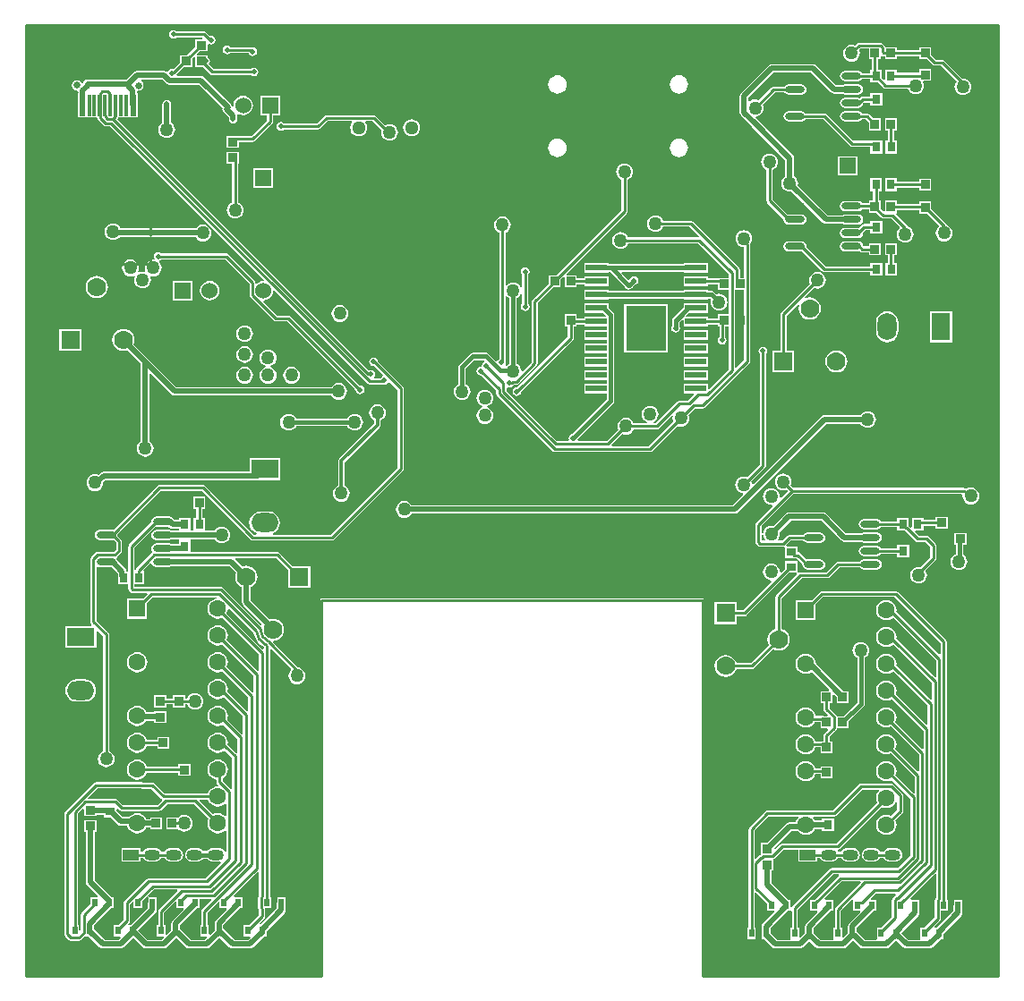
<source format=gbl>
G04*
G04 #@! TF.GenerationSoftware,Altium Limited,Altium Designer,20.2.6 (244)*
G04*
G04 Layer_Physical_Order=4*
G04 Layer_Color=16711680*
%FSLAX24Y24*%
%MOIN*%
G70*
G04*
G04 #@! TF.SameCoordinates,FA5C595E-BAF6-4CA8-81BB-533EFFED9D24*
G04*
G04*
G04 #@! TF.FilePolarity,Positive*
G04*
G01*
G75*
%ADD11C,0.0100*%
%ADD28R,0.0315X0.0354*%
%ADD29R,0.0354X0.0315*%
%ADD30R,0.0340X0.0318*%
%ADD31R,0.0200X0.0300*%
%ADD32R,0.0318X0.0340*%
%ADD83C,0.0200*%
%ADD84C,0.0150*%
%ADD85C,0.0120*%
%ADD86C,0.0256*%
%ADD87O,0.0394X0.0827*%
%ADD88O,0.0394X0.0709*%
%ADD89C,0.0512*%
%ADD90C,0.0630*%
%ADD91R,0.0630X0.0630*%
%ADD92C,0.0700*%
%ADD93R,0.0700X0.0700*%
%ADD94R,0.0700X0.0700*%
%ADD95O,0.0600X0.0800*%
%ADD96O,0.0600X0.0400*%
%ADD97R,0.0600X0.0400*%
%ADD98O,0.0709X0.1024*%
%ADD99R,0.0709X0.1024*%
%ADD100R,0.0600X0.0600*%
%ADD101C,0.0600*%
%ADD102O,0.1024X0.0709*%
%ADD103R,0.1024X0.0709*%
%ADD104R,0.0600X0.0600*%
%ADD105C,0.0500*%
%ADD106C,0.0200*%
%ADD124O,0.0734X0.0248*%
%ADD125R,0.0236X0.0800*%
%ADD126R,0.0118X0.0800*%
%ADD127R,0.0787X0.0236*%
%ADD128R,0.1500X0.1701*%
G36*
X52500Y6550D02*
X41550D01*
Y20600D01*
X41535Y20615D01*
X27267D01*
Y6567D01*
X27250Y6550D01*
X16300D01*
Y42000D01*
X52500D01*
Y6550D01*
D02*
G37*
%LPC*%
G36*
X48130Y41342D02*
X48130Y41342D01*
X47336D01*
X47336Y41342D01*
X47293Y41334D01*
X47256Y41309D01*
X47179Y41232D01*
X47131Y41252D01*
X47050Y41263D01*
X46969Y41252D01*
X46894Y41221D01*
X46829Y41171D01*
X46779Y41106D01*
X46748Y41031D01*
X46737Y40950D01*
X46748Y40869D01*
X46779Y40794D01*
X46829Y40729D01*
X46894Y40679D01*
X46969Y40648D01*
X47050Y40637D01*
X47131Y40648D01*
X47206Y40679D01*
X47271Y40729D01*
X47321Y40794D01*
X47352Y40869D01*
X47363Y40950D01*
X47352Y41031D01*
X47335Y41071D01*
X47382Y41118D01*
X47707D01*
Y40720D01*
X47813D01*
Y40341D01*
X47751D01*
Y40212D01*
X47446D01*
X47432Y40233D01*
X47371Y40273D01*
X47299Y40288D01*
X46813D01*
X46741Y40273D01*
X46680Y40233D01*
X46640Y40172D01*
X46625Y40100D01*
X46640Y40028D01*
X46680Y39967D01*
X46741Y39927D01*
X46813Y39912D01*
X47299D01*
X47371Y39927D01*
X47432Y39967D01*
X47446Y39988D01*
X47751D01*
Y39867D01*
X48027D01*
X48229Y39665D01*
X48229Y39665D01*
X48266Y39640D01*
X48309Y39632D01*
X49149D01*
X49168Y39588D01*
X49217Y39523D01*
X49282Y39473D01*
X49358Y39442D01*
X49439Y39431D01*
X49519Y39442D01*
X49595Y39473D01*
X49660Y39523D01*
X49709Y39588D01*
X49741Y39663D01*
X49751Y39744D01*
X49741Y39825D01*
X49724Y39866D01*
X49757Y39916D01*
X50022D01*
Y40376D01*
X49585D01*
Y40216D01*
X48737D01*
Y40341D01*
X48302D01*
Y39975D01*
X48256Y39956D01*
X48186Y40026D01*
Y40341D01*
X48038D01*
Y40720D01*
X48144D01*
Y40831D01*
X48194Y40857D01*
X48210Y40846D01*
X48253Y40838D01*
X48300D01*
Y40720D01*
X48737D01*
Y40838D01*
X49585D01*
Y40720D01*
X49864D01*
X50067Y40516D01*
X50067Y40516D01*
X50104Y40492D01*
X50147Y40483D01*
X50385D01*
X50965Y39903D01*
X50929Y39856D01*
X50898Y39781D01*
X50887Y39700D01*
X50898Y39619D01*
X50929Y39544D01*
X50979Y39479D01*
X51044Y39429D01*
X51119Y39398D01*
X51200Y39387D01*
X51281Y39398D01*
X51356Y39429D01*
X51421Y39479D01*
X51471Y39544D01*
X51502Y39619D01*
X51513Y39700D01*
X51502Y39781D01*
X51471Y39856D01*
X51421Y39921D01*
X51356Y39971D01*
X51281Y40002D01*
X51200Y40013D01*
X51176Y40009D01*
X50510Y40675D01*
X50474Y40699D01*
X50431Y40708D01*
X50431Y40708D01*
X50193D01*
X50022Y40879D01*
Y41180D01*
X49585D01*
Y41062D01*
X48737D01*
Y41180D01*
X48303D01*
X48298Y41209D01*
X48273Y41245D01*
X48273Y41245D01*
X48209Y41309D01*
X48173Y41334D01*
X48130Y41342D01*
D02*
G37*
G36*
X21800Y41813D02*
X21738Y41801D01*
X21685Y41765D01*
X21649Y41712D01*
X21637Y41650D01*
X21649Y41588D01*
X21685Y41535D01*
X21738Y41499D01*
X21800Y41487D01*
X21862Y41499D01*
X21915Y41535D01*
X21917Y41538D01*
X22870D01*
X22886Y41517D01*
X22862Y41467D01*
X22620D01*
Y41188D01*
X22309Y40877D01*
X22307Y40874D01*
X22038D01*
Y40595D01*
X21797Y40354D01*
X21750Y40363D01*
X21688Y40351D01*
X21635Y40315D01*
X21608Y40276D01*
X21591Y40262D01*
X21547Y40258D01*
X21516Y40279D01*
X21454Y40291D01*
X20428D01*
X20366Y40279D01*
X20313Y40244D01*
X20032Y39963D01*
X18600D01*
X18538Y39951D01*
X18485Y39915D01*
X18449Y39862D01*
X18447Y39851D01*
X18431Y39841D01*
X18385Y39825D01*
X18344Y39887D01*
X18282Y39929D01*
X18208Y39943D01*
X18135Y39929D01*
X18073Y39887D01*
X18031Y39825D01*
X18017Y39752D01*
X18031Y39679D01*
X18073Y39616D01*
X18135Y39575D01*
X18208Y39560D01*
X18211Y39561D01*
X18258Y39521D01*
X18259Y39504D01*
X18227Y39471D01*
X18227D01*
Y38551D01*
X18925D01*
X18970Y38536D01*
X18979Y38493D01*
X19003Y38457D01*
X19198Y38262D01*
X19235Y38238D01*
X19278Y38229D01*
X19278Y38229D01*
X19442D01*
X25164Y32507D01*
X25139Y32462D01*
X25056Y32451D01*
X24968Y32414D01*
X24902Y32364D01*
X24852Y32378D01*
Y32410D01*
X24844Y32453D01*
X24819Y32489D01*
X24819Y32489D01*
X23849Y33459D01*
X23813Y33484D01*
X23770Y33492D01*
X23770Y33492D01*
X21353D01*
X21351Y33495D01*
X21298Y33531D01*
X21236Y33543D01*
X21174Y33531D01*
X21121Y33495D01*
X21085Y33443D01*
X21073Y33380D01*
X21085Y33318D01*
X21092Y33308D01*
X21063Y33261D01*
X21050Y33263D01*
X20969Y33252D01*
X20894Y33221D01*
X20829Y33171D01*
X20779Y33106D01*
X20748Y33031D01*
X20737Y32950D01*
X20748Y32869D01*
X20758Y32845D01*
X20745Y32824D01*
X20721Y32803D01*
X20650Y32813D01*
X20569Y32802D01*
X20520Y32782D01*
X20482Y32820D01*
X20502Y32869D01*
X20513Y32950D01*
X20502Y33031D01*
X20471Y33106D01*
X20421Y33171D01*
X20356Y33221D01*
X20281Y33252D01*
X20200Y33263D01*
X20119Y33252D01*
X20044Y33221D01*
X19979Y33171D01*
X19929Y33106D01*
X19898Y33031D01*
X19887Y32950D01*
X19898Y32869D01*
X19929Y32794D01*
X19979Y32729D01*
X20044Y32679D01*
X20119Y32648D01*
X20200Y32637D01*
X20281Y32648D01*
X20330Y32668D01*
X20368Y32630D01*
X20348Y32581D01*
X20337Y32500D01*
X20348Y32419D01*
X20379Y32344D01*
X20429Y32279D01*
X20494Y32229D01*
X20569Y32198D01*
X20650Y32187D01*
X20731Y32198D01*
X20806Y32229D01*
X20871Y32279D01*
X20921Y32344D01*
X20952Y32419D01*
X20963Y32500D01*
X20952Y32581D01*
X20942Y32605D01*
X20955Y32626D01*
X20979Y32647D01*
X21050Y32637D01*
X21131Y32648D01*
X21206Y32679D01*
X21271Y32729D01*
X21321Y32794D01*
X21352Y32869D01*
X21363Y32950D01*
X21352Y33031D01*
X21321Y33106D01*
X21271Y33171D01*
X21269Y33173D01*
X21282Y33226D01*
X21298Y33229D01*
X21351Y33265D01*
X21353Y33268D01*
X23723D01*
X24628Y32364D01*
Y31930D01*
X24628Y31930D01*
X24636Y31887D01*
X24661Y31851D01*
X25524Y30987D01*
X25524Y30987D01*
X25560Y30963D01*
X25603Y30955D01*
X25603Y30955D01*
X26037D01*
X28588Y28404D01*
X28587Y28400D01*
X28599Y28338D01*
X28635Y28285D01*
X28688Y28249D01*
X28750Y28237D01*
X28812Y28249D01*
X28865Y28285D01*
X28901Y28338D01*
X28913Y28400D01*
X28901Y28462D01*
X28865Y28515D01*
X28812Y28551D01*
X28750Y28563D01*
X28746Y28562D01*
X26163Y31146D01*
X26126Y31170D01*
X26083Y31179D01*
X26083Y31179D01*
X25650D01*
X25136Y31693D01*
X25161Y31738D01*
X25244Y31749D01*
X25332Y31786D01*
X25407Y31843D01*
X25464Y31918D01*
X25501Y32006D01*
X25512Y32089D01*
X25557Y32114D01*
X26085Y31586D01*
X26085Y31586D01*
X29031Y28641D01*
X29031Y28641D01*
X29067Y28616D01*
X29110Y28608D01*
X29586D01*
X29586Y28608D01*
X29590Y28608D01*
X29590Y28608D01*
X29653Y28596D01*
X29715Y28608D01*
X29768Y28644D01*
X29795Y28684D01*
X29851Y28699D01*
X30147Y28404D01*
Y25505D01*
X27654Y23012D01*
X25510D01*
X25500Y23062D01*
X25562Y23088D01*
X25649Y23154D01*
X25715Y23241D01*
X25757Y23342D01*
X25771Y23450D01*
X25757Y23558D01*
X25715Y23659D01*
X25649Y23746D01*
X25562Y23812D01*
X25462Y23854D01*
X25354Y23868D01*
X25039D01*
X24930Y23854D01*
X24830Y23812D01*
X24743Y23746D01*
X24677Y23659D01*
X24635Y23558D01*
X24621Y23450D01*
X24635Y23342D01*
X24677Y23241D01*
X24743Y23154D01*
X24830Y23088D01*
X24892Y23062D01*
X24882Y23012D01*
X24796D01*
X22979Y24829D01*
X22943Y24854D01*
X22900Y24862D01*
X22900Y24862D01*
X21287D01*
X21287Y24862D01*
X21244Y24854D01*
X21208Y24829D01*
X21208Y24829D01*
X19561Y23183D01*
X19537Y23188D01*
X19051D01*
X18979Y23173D01*
X18918Y23133D01*
X18877Y23072D01*
X18863Y23000D01*
X18877Y22928D01*
X18918Y22867D01*
X18979Y22827D01*
X19051Y22812D01*
X19537D01*
X19561Y22817D01*
X19659Y22720D01*
Y22450D01*
X19571Y22362D01*
X18970D01*
X18970Y22362D01*
X18927Y22354D01*
X18891Y22329D01*
X18891Y22329D01*
X18737Y22176D01*
X18713Y22140D01*
X18705Y22097D01*
X18705Y22097D01*
Y19759D01*
X18705Y19759D01*
X18713Y19716D01*
X18737Y19680D01*
X18757Y19661D01*
X18737Y19614D01*
X17782D01*
Y18786D01*
X18926D01*
Y19426D01*
X18972Y19445D01*
X19182Y19235D01*
Y14945D01*
X19138Y14927D01*
X19073Y14877D01*
X19023Y14812D01*
X18992Y14737D01*
X18981Y14656D01*
X18992Y14575D01*
X19023Y14500D01*
X19073Y14435D01*
X19138Y14385D01*
X19213Y14354D01*
X19294Y14343D01*
X19375Y14354D01*
X19450Y14385D01*
X19515Y14435D01*
X19565Y14500D01*
X19596Y14575D01*
X19607Y14656D01*
X19596Y14737D01*
X19565Y14812D01*
X19515Y14877D01*
X19450Y14927D01*
X19406Y14945D01*
Y19282D01*
X19406Y19282D01*
X19398Y19325D01*
X19373Y19361D01*
X19373Y19361D01*
X18929Y19805D01*
Y21807D01*
X18973Y21831D01*
X18979Y21827D01*
X19051Y21812D01*
X19494D01*
X19728Y21578D01*
Y21457D01*
X19731Y21442D01*
Y21163D01*
X20120D01*
Y21009D01*
X20120Y21009D01*
X20129Y20966D01*
X20153Y20929D01*
X20212Y20871D01*
X20212Y20871D01*
X20248Y20846D01*
X20291Y20838D01*
X20814D01*
X20833Y20792D01*
X20666Y20625D01*
X20075D01*
Y19875D01*
X20825D01*
Y20466D01*
X21036Y20678D01*
X23418D01*
X23419Y20675D01*
X23392Y20621D01*
X23352Y20615D01*
X23261Y20578D01*
X23183Y20517D01*
X23122Y20439D01*
X23085Y20348D01*
X23072Y20250D01*
X23085Y20152D01*
X23122Y20061D01*
X23183Y19983D01*
X23261Y19922D01*
X23352Y19885D01*
X23450Y19872D01*
X23548Y19885D01*
X23625Y19917D01*
X24988Y18554D01*
Y17941D01*
X24938Y17921D01*
X23783Y19075D01*
X23815Y19152D01*
X23828Y19250D01*
X23815Y19348D01*
X23778Y19439D01*
X23717Y19517D01*
X23639Y19578D01*
X23548Y19615D01*
X23450Y19628D01*
X23352Y19615D01*
X23261Y19578D01*
X23183Y19517D01*
X23122Y19439D01*
X23085Y19348D01*
X23072Y19250D01*
X23085Y19152D01*
X23122Y19061D01*
X23183Y18983D01*
X23261Y18922D01*
X23352Y18885D01*
X23450Y18872D01*
X23548Y18885D01*
X23625Y18917D01*
X24788Y17754D01*
Y17141D01*
X24738Y17121D01*
X23783Y18075D01*
X23815Y18152D01*
X23828Y18250D01*
X23815Y18348D01*
X23778Y18439D01*
X23717Y18517D01*
X23639Y18578D01*
X23548Y18615D01*
X23450Y18628D01*
X23352Y18615D01*
X23261Y18578D01*
X23183Y18517D01*
X23122Y18439D01*
X23085Y18348D01*
X23072Y18250D01*
X23085Y18152D01*
X23122Y18061D01*
X23183Y17983D01*
X23261Y17922D01*
X23352Y17885D01*
X23450Y17872D01*
X23548Y17885D01*
X23625Y17917D01*
X24588Y16954D01*
Y16441D01*
X24538Y16421D01*
X23813Y17146D01*
X23815Y17152D01*
X23828Y17250D01*
X23815Y17348D01*
X23778Y17439D01*
X23717Y17517D01*
X23639Y17578D01*
X23548Y17615D01*
X23450Y17628D01*
X23352Y17615D01*
X23261Y17578D01*
X23183Y17517D01*
X23122Y17439D01*
X23085Y17348D01*
X23072Y17250D01*
X23085Y17152D01*
X23122Y17061D01*
X23183Y16983D01*
X23261Y16922D01*
X23352Y16885D01*
X23450Y16872D01*
X23548Y16885D01*
X23639Y16922D01*
X23684Y16957D01*
X24388Y16254D01*
Y15591D01*
X24338Y15571D01*
X23798Y16111D01*
X23815Y16152D01*
X23828Y16250D01*
X23815Y16348D01*
X23778Y16439D01*
X23717Y16517D01*
X23639Y16578D01*
X23548Y16615D01*
X23450Y16628D01*
X23352Y16615D01*
X23261Y16578D01*
X23183Y16517D01*
X23122Y16439D01*
X23085Y16348D01*
X23072Y16250D01*
X23085Y16152D01*
X23122Y16061D01*
X23183Y15983D01*
X23261Y15922D01*
X23352Y15885D01*
X23450Y15872D01*
X23548Y15885D01*
X23639Y15922D01*
X23656Y15935D01*
X24188Y15404D01*
Y14891D01*
X24138Y14871D01*
X23833Y15176D01*
X23820Y15185D01*
X23828Y15250D01*
X23815Y15348D01*
X23778Y15439D01*
X23717Y15517D01*
X23639Y15578D01*
X23548Y15615D01*
X23450Y15628D01*
X23352Y15615D01*
X23261Y15578D01*
X23183Y15517D01*
X23122Y15439D01*
X23085Y15348D01*
X23072Y15250D01*
X23085Y15152D01*
X23122Y15061D01*
X23183Y14983D01*
X23261Y14922D01*
X23352Y14885D01*
X23450Y14872D01*
X23548Y14885D01*
X23639Y14922D01*
X23713Y14979D01*
X23988Y14704D01*
Y13542D01*
X23938Y13522D01*
X23628Y13831D01*
Y13918D01*
X23639Y13922D01*
X23717Y13983D01*
X23778Y14061D01*
X23815Y14152D01*
X23828Y14250D01*
X23815Y14348D01*
X23778Y14439D01*
X23717Y14517D01*
X23639Y14578D01*
X23548Y14615D01*
X23450Y14628D01*
X23352Y14615D01*
X23261Y14578D01*
X23183Y14517D01*
X23122Y14439D01*
X23085Y14348D01*
X23072Y14250D01*
X23085Y14152D01*
X23122Y14061D01*
X23183Y13983D01*
X23261Y13922D01*
X23352Y13885D01*
X23404Y13878D01*
Y13785D01*
X23404Y13785D01*
X23412Y13742D01*
X23437Y13706D01*
X23471Y13671D01*
X23466Y13660D01*
X23444Y13627D01*
X23352Y13615D01*
X23261Y13578D01*
X23183Y13517D01*
X23122Y13439D01*
X23091Y13362D01*
X21475D01*
X21099Y13738D01*
X21063Y13762D01*
X21020Y13771D01*
X21020Y13771D01*
X20693D01*
X20682Y13779D01*
X20639Y13787D01*
X20639Y13787D01*
X18918D01*
X18918Y13787D01*
X18875Y13779D01*
X18838Y13754D01*
X18838Y13754D01*
X17771Y12687D01*
X17746Y12650D01*
X17738Y12607D01*
X17738Y12607D01*
Y8124D01*
X17738Y8124D01*
X17746Y8082D01*
X17771Y8045D01*
X17905Y7911D01*
X17905Y7911D01*
X17942Y7886D01*
X17984Y7878D01*
X17984Y7878D01*
X18276D01*
X18276Y7878D01*
X18318Y7886D01*
X18355Y7911D01*
X18466Y8022D01*
X18510Y8040D01*
Y8040D01*
X18510Y8040D01*
X18649D01*
X19055Y7635D01*
X19108Y7599D01*
X19170Y7587D01*
X19828D01*
X19890Y7599D01*
X19943Y7635D01*
X20303Y7994D01*
X20663Y7635D01*
X20716Y7599D01*
X20778Y7587D01*
X21436D01*
X21499Y7599D01*
X21551Y7635D01*
X21911Y7994D01*
X22271Y7635D01*
X22324Y7599D01*
X22386Y7587D01*
X23044D01*
X23107Y7599D01*
X23160Y7635D01*
X23519Y7994D01*
X23879Y7635D01*
X23932Y7599D01*
X23994Y7587D01*
X24652D01*
X24715Y7599D01*
X24768Y7635D01*
X25173Y8040D01*
X25262D01*
Y8184D01*
X25265Y8200D01*
Y8232D01*
X25935Y8902D01*
X25971Y8955D01*
X25983Y9018D01*
Y9300D01*
X25980Y9316D01*
Y9510D01*
X25660D01*
Y9316D01*
X25657Y9300D01*
Y9085D01*
X25048Y8476D01*
X25021Y8480D01*
X25004Y8533D01*
X25179Y8708D01*
X25179Y8708D01*
X25204Y8745D01*
X25212Y8788D01*
Y9074D01*
X25225Y9090D01*
X25440D01*
Y9510D01*
X25392D01*
Y18749D01*
X25439Y18767D01*
X26180Y17988D01*
X26179Y17971D01*
X26129Y17906D01*
X26098Y17831D01*
X26087Y17750D01*
X26098Y17669D01*
X26129Y17594D01*
X26179Y17529D01*
X26244Y17479D01*
X26319Y17448D01*
X26400Y17437D01*
X26481Y17448D01*
X26556Y17479D01*
X26621Y17529D01*
X26671Y17594D01*
X26702Y17669D01*
X26713Y17750D01*
X26702Y17831D01*
X26671Y17906D01*
X26621Y17971D01*
X26556Y18021D01*
X26481Y18052D01*
X26421Y18060D01*
X25524Y19003D01*
X25542Y19056D01*
X25612Y19066D01*
X25712Y19107D01*
X25797Y19173D01*
X25863Y19258D01*
X25904Y19358D01*
X25919Y19465D01*
X25904Y19572D01*
X25863Y19672D01*
X25797Y19757D01*
X25712Y19823D01*
X25612Y19864D01*
X25505Y19879D01*
X25398Y19864D01*
X25376Y19855D01*
X24678Y20553D01*
Y21059D01*
X24722Y21077D01*
X24807Y21143D01*
X24873Y21228D01*
X24914Y21328D01*
X24929Y21435D01*
X24914Y21542D01*
X24873Y21642D01*
X24807Y21727D01*
X24722Y21793D01*
X24622Y21834D01*
X24515Y21849D01*
X24408Y21834D01*
X24364Y21816D01*
X24093Y22088D01*
X24114Y22138D01*
X25624D01*
X26075Y21686D01*
Y21025D01*
X26895D01*
Y21845D01*
X26234D01*
X25749Y22329D01*
X25713Y22354D01*
X25670Y22362D01*
X25670Y22362D01*
X22442D01*
Y22787D01*
X22442D01*
X22443Y22837D01*
X23334D01*
X23379Y22779D01*
X23444Y22729D01*
X23519Y22698D01*
X23600Y22687D01*
X23681Y22698D01*
X23756Y22729D01*
X23821Y22779D01*
X23871Y22844D01*
X23902Y22919D01*
X23913Y23000D01*
X23902Y23081D01*
X23871Y23156D01*
X23821Y23221D01*
X23756Y23271D01*
X23681Y23302D01*
X23600Y23313D01*
X23519Y23302D01*
X23444Y23271D01*
X23379Y23221D01*
X23334Y23163D01*
X22987D01*
Y23631D01*
X22882D01*
Y23970D01*
X22987D01*
Y24430D01*
X22550D01*
Y23970D01*
X22657D01*
Y23631D01*
X22552D01*
Y23163D01*
X22436D01*
Y23631D01*
X22001D01*
Y23557D01*
X21836D01*
X21823Y23570D01*
X21823Y23572D01*
X21782Y23633D01*
X21721Y23673D01*
X21649Y23688D01*
X21163D01*
X21091Y23673D01*
X21030Y23633D01*
X20990Y23572D01*
X20975Y23500D01*
X20980Y23476D01*
X20153Y22649D01*
X20129Y22612D01*
X20120Y22570D01*
X20120Y22570D01*
Y21637D01*
X20055D01*
Y21646D01*
X20042Y21708D01*
X20007Y21761D01*
X19714Y22054D01*
X19710Y22072D01*
X19688Y22105D01*
X19696Y22169D01*
X19699Y22172D01*
X19850Y22324D01*
X19850Y22324D01*
X19875Y22360D01*
X19883Y22403D01*
X19883Y22403D01*
Y22766D01*
X19875Y22809D01*
X19850Y22845D01*
X19850Y22845D01*
X19720Y22976D01*
X19725Y23000D01*
X19720Y23024D01*
X21333Y24638D01*
X22854D01*
X24671Y22821D01*
X24671Y22821D01*
X24707Y22796D01*
X24750Y22788D01*
X24750Y22788D01*
X27700D01*
X27700Y22788D01*
X27743Y22796D01*
X27779Y22821D01*
X30338Y25379D01*
X30338Y25379D01*
X30362Y25416D01*
X30371Y25459D01*
X30371Y25459D01*
Y28450D01*
X30371Y28450D01*
X30362Y28493D01*
X30338Y28529D01*
X30338Y28529D01*
X29412Y29455D01*
X29401Y29512D01*
X29365Y29565D01*
X29312Y29601D01*
X29250Y29613D01*
X29188Y29601D01*
X29135Y29565D01*
X29099Y29512D01*
X29087Y29450D01*
X29099Y29388D01*
X29135Y29335D01*
X29188Y29299D01*
X29250Y29287D01*
X29261Y29289D01*
X29593Y28957D01*
X29578Y28902D01*
X29537Y28874D01*
X29509Y28832D01*
X29291D01*
X29287Y28836D01*
X29269Y28882D01*
X29294Y28921D01*
X29307Y28983D01*
X29294Y29046D01*
X29259Y29098D01*
X29206Y29134D01*
X29144Y29146D01*
X29081Y29134D01*
X29081Y29134D01*
X19713Y38502D01*
X19716Y38505D01*
X19740Y38541D01*
X19742Y38551D01*
X20473D01*
Y39471D01*
X20453D01*
X20447Y39521D01*
X20489Y39557D01*
X20492Y39556D01*
X20565Y39571D01*
X20627Y39612D01*
X20669Y39675D01*
X20683Y39748D01*
X20669Y39821D01*
X20627Y39883D01*
X20580Y39915D01*
X20595Y39965D01*
X21386D01*
X21527Y39825D01*
X21580Y39789D01*
X21642Y39777D01*
X22747D01*
X23628Y38897D01*
X23621Y38865D01*
X23634Y38803D01*
X23669Y38750D01*
X23862Y38557D01*
Y38498D01*
X23875Y38435D01*
X23910Y38383D01*
X23963Y38347D01*
X24025Y38335D01*
X24088Y38347D01*
X24141Y38383D01*
X24176Y38435D01*
X24188Y38498D01*
Y38625D01*
X24184Y38649D01*
X24200Y38666D01*
X24228Y38682D01*
X24306Y38649D01*
X24400Y38637D01*
X24494Y38649D01*
X24582Y38686D01*
X24657Y38743D01*
X24714Y38818D01*
X24751Y38906D01*
X24763Y39000D01*
X24751Y39094D01*
X24714Y39182D01*
X24657Y39257D01*
X24582Y39314D01*
X24494Y39351D01*
X24400Y39363D01*
X24306Y39351D01*
X24218Y39314D01*
X24143Y39257D01*
X24086Y39182D01*
X24049Y39094D01*
X24037Y39000D01*
X24041Y38970D01*
X23991Y38962D01*
X23988Y38980D01*
X23952Y39033D01*
X22930Y40055D01*
X22877Y40091D01*
X22815Y40103D01*
X21933D01*
X21927Y40111D01*
X21913Y40153D01*
X22196Y40436D01*
X22498D01*
Y40749D01*
X22574Y40825D01*
X22620Y40806D01*
Y40436D01*
X22910D01*
X23176Y40171D01*
X23176Y40171D01*
X23212Y40146D01*
X23255Y40138D01*
X24683D01*
X24685Y40135D01*
X24738Y40099D01*
X24800Y40087D01*
X24862Y40099D01*
X24915Y40135D01*
X24951Y40188D01*
X24963Y40250D01*
X24951Y40312D01*
X24915Y40365D01*
X24862Y40401D01*
X24800Y40413D01*
X24738Y40401D01*
X24685Y40365D01*
X24683Y40362D01*
X23302D01*
X23121Y40543D01*
X23151Y40588D01*
X23163Y40650D01*
X23151Y40712D01*
X23115Y40765D01*
X23080Y40789D01*
Y40874D01*
X22688D01*
X22669Y40920D01*
X22779Y41029D01*
X23080D01*
Y41268D01*
X23130Y41294D01*
X23138Y41289D01*
X23200Y41277D01*
X23262Y41289D01*
X23315Y41325D01*
X23351Y41378D01*
X23363Y41440D01*
X23351Y41502D01*
X23315Y41555D01*
X23262Y41591D01*
X23200Y41603D01*
X23148Y41593D01*
X23012Y41729D01*
X22976Y41754D01*
X22933Y41762D01*
X22933Y41762D01*
X21917D01*
X21915Y41765D01*
X21862Y41801D01*
X21800Y41813D01*
D02*
G37*
G36*
X23797Y41232D02*
X23734Y41220D01*
X23681Y41184D01*
X23646Y41132D01*
X23633Y41069D01*
X23646Y41007D01*
X23681Y40954D01*
X23734Y40918D01*
X23797Y40906D01*
X23859Y40918D01*
X23912Y40954D01*
X23914Y40957D01*
X24595D01*
X24599Y40938D01*
X24635Y40885D01*
X24688Y40849D01*
X24750Y40837D01*
X24812Y40849D01*
X24865Y40885D01*
X24901Y40938D01*
X24913Y41000D01*
X24901Y41062D01*
X24865Y41115D01*
X24812Y41151D01*
X24750Y41163D01*
X24741Y41161D01*
X24724Y41173D01*
X24681Y41181D01*
X24681Y41181D01*
X23914D01*
X23912Y41184D01*
X23859Y41220D01*
X23797Y41232D01*
D02*
G37*
G36*
X40625Y40126D02*
X40536Y40115D01*
X40454Y40080D01*
X40383Y40026D01*
X40328Y39955D01*
X40294Y39872D01*
X40282Y39783D01*
X40294Y39695D01*
X40328Y39612D01*
X40383Y39541D01*
X40454Y39487D01*
X40536Y39452D01*
X40625Y39441D01*
X40714Y39452D01*
X40796Y39487D01*
X40867Y39541D01*
X40922Y39612D01*
X40956Y39695D01*
X40968Y39783D01*
X40956Y39872D01*
X40922Y39955D01*
X40867Y40026D01*
X40796Y40080D01*
X40714Y40115D01*
X40625Y40126D01*
D02*
G37*
G36*
X36100D02*
X36011Y40115D01*
X35929Y40080D01*
X35858Y40026D01*
X35803Y39955D01*
X35769Y39872D01*
X35757Y39783D01*
X35769Y39695D01*
X35803Y39612D01*
X35858Y39541D01*
X35929Y39487D01*
X36011Y39452D01*
X36100Y39441D01*
X36189Y39452D01*
X36271Y39487D01*
X36342Y39541D01*
X36397Y39612D01*
X36431Y39695D01*
X36443Y39783D01*
X36431Y39872D01*
X36397Y39955D01*
X36342Y40026D01*
X36271Y40080D01*
X36189Y40115D01*
X36100Y40126D01*
D02*
G37*
G36*
X45616Y40547D02*
X44084D01*
X44022Y40535D01*
X43969Y40499D01*
X42935Y39465D01*
X42899Y39412D01*
X42887Y39350D01*
Y38747D01*
X42899Y38685D01*
X42935Y38632D01*
X43352Y38214D01*
X43352Y38214D01*
X44587Y36980D01*
Y36366D01*
X44529Y36321D01*
X44479Y36256D01*
X44448Y36181D01*
X44437Y36100D01*
X44448Y36019D01*
X44479Y35944D01*
X44529Y35879D01*
X44594Y35829D01*
X44669Y35798D01*
X44750Y35787D01*
X44822Y35797D01*
X45985Y34635D01*
X46038Y34599D01*
X46100Y34587D01*
X46726D01*
X46741Y34577D01*
X46813Y34562D01*
X47299D01*
X47371Y34577D01*
X47432Y34617D01*
X47473Y34678D01*
X47487Y34750D01*
X47473Y34822D01*
X47432Y34883D01*
X47371Y34923D01*
X47299Y34938D01*
X46813D01*
X46741Y34923D01*
X46726Y34913D01*
X46168D01*
X45053Y36028D01*
X45063Y36100D01*
X45052Y36181D01*
X45021Y36256D01*
X44971Y36321D01*
X44913Y36366D01*
Y37047D01*
X44901Y37110D01*
X44865Y37163D01*
X43583Y38445D01*
X43583Y38445D01*
X43476Y38552D01*
X43494Y38605D01*
X43544Y38611D01*
X43620Y38643D01*
X43685Y38692D01*
X43734Y38757D01*
X43766Y38833D01*
X43776Y38914D01*
X43766Y38994D01*
X43747Y39039D01*
X44196Y39488D01*
X44554D01*
X44568Y39467D01*
X44629Y39427D01*
X44701Y39412D01*
X45187D01*
X45259Y39427D01*
X45320Y39467D01*
X45360Y39528D01*
X45375Y39600D01*
X45360Y39672D01*
X45320Y39733D01*
X45259Y39773D01*
X45187Y39788D01*
X44701D01*
X44629Y39773D01*
X44568Y39733D01*
X44554Y39712D01*
X44150D01*
X44150Y39712D01*
X44107Y39704D01*
X44071Y39679D01*
X44071Y39679D01*
X43589Y39197D01*
X43544Y39216D01*
X43464Y39226D01*
X43383Y39216D01*
X43307Y39184D01*
X43263Y39151D01*
X43213Y39175D01*
Y39282D01*
X44152Y40221D01*
X45548D01*
X46285Y39485D01*
X46338Y39449D01*
X46400Y39437D01*
X46726D01*
X46741Y39427D01*
X46813Y39412D01*
X47299D01*
X47371Y39427D01*
X47432Y39467D01*
X47473Y39528D01*
X47487Y39600D01*
X47473Y39672D01*
X47432Y39733D01*
X47371Y39773D01*
X47299Y39788D01*
X46813D01*
X46741Y39773D01*
X46726Y39763D01*
X46468D01*
X45731Y40499D01*
X45678Y40535D01*
X45616Y40547D01*
D02*
G37*
G36*
X48192Y39458D02*
X47757D01*
Y39333D01*
X47460D01*
X47460Y39333D01*
X47417Y39324D01*
X47381Y39300D01*
X47381Y39300D01*
X47357Y39276D01*
X47299Y39288D01*
X46813D01*
X46741Y39273D01*
X46680Y39233D01*
X46640Y39172D01*
X46625Y39100D01*
X46640Y39028D01*
X46680Y38967D01*
X46741Y38927D01*
X46813Y38912D01*
X47299D01*
X47371Y38927D01*
X47432Y38967D01*
X47473Y39028D01*
X47484Y39086D01*
X47507Y39109D01*
X47757D01*
Y38984D01*
X48192D01*
Y39458D01*
D02*
G37*
G36*
X47299Y38788D02*
X46813D01*
X46741Y38773D01*
X46680Y38733D01*
X46640Y38672D01*
X46625Y38600D01*
X46640Y38528D01*
X46680Y38467D01*
X46741Y38427D01*
X46813Y38412D01*
X47299D01*
X47371Y38427D01*
X47432Y38467D01*
X47446Y38488D01*
X47584D01*
X47707Y38365D01*
Y38064D01*
X48144D01*
Y38524D01*
X47865D01*
X47710Y38679D01*
X47673Y38704D01*
X47631Y38712D01*
X47631Y38712D01*
X47446D01*
X47432Y38733D01*
X47371Y38773D01*
X47299Y38788D01*
D02*
G37*
G36*
X25760Y39360D02*
X25040D01*
Y38640D01*
X25288D01*
Y38446D01*
X24709Y37867D01*
X24109D01*
X24109Y37867D01*
X24098Y37865D01*
X23770D01*
Y37428D01*
X24230D01*
Y37643D01*
X24755D01*
X24755Y37643D01*
X24798Y37652D01*
X24835Y37676D01*
X25479Y38321D01*
X25479Y38321D01*
X25504Y38357D01*
X25512Y38400D01*
Y38640D01*
X25760D01*
Y39360D01*
D02*
G37*
G36*
X30668Y38488D02*
X30586Y38477D01*
X30509Y38445D01*
X30443Y38394D01*
X30393Y38328D01*
X30361Y38251D01*
X30350Y38169D01*
X30361Y38086D01*
X30393Y38010D01*
X30443Y37944D01*
X30509Y37893D01*
X30586Y37861D01*
X30668Y37850D01*
X30751Y37861D01*
X30828Y37893D01*
X30894Y37944D01*
X30944Y38010D01*
X30976Y38086D01*
X30987Y38169D01*
X30976Y38251D01*
X30944Y38328D01*
X30894Y38394D01*
X30828Y38445D01*
X30751Y38477D01*
X30668Y38488D01*
D02*
G37*
G36*
X21550Y39213D02*
X21488Y39201D01*
X21435Y39165D01*
X21399Y39112D01*
X21387Y39050D01*
Y38366D01*
X21329Y38321D01*
X21279Y38256D01*
X21248Y38181D01*
X21237Y38100D01*
X21248Y38019D01*
X21279Y37944D01*
X21329Y37879D01*
X21394Y37829D01*
X21469Y37798D01*
X21550Y37787D01*
X21631Y37798D01*
X21706Y37829D01*
X21771Y37879D01*
X21821Y37944D01*
X21852Y38019D01*
X21863Y38100D01*
X21852Y38181D01*
X21821Y38256D01*
X21771Y38321D01*
X21713Y38366D01*
Y39050D01*
X21701Y39112D01*
X21665Y39165D01*
X21612Y39201D01*
X21550Y39213D01*
D02*
G37*
G36*
X29265Y38647D02*
X29265Y38647D01*
X27494D01*
X27451Y38638D01*
X27415Y38614D01*
X27415Y38614D01*
X27138Y38338D01*
X25917D01*
X25915Y38341D01*
X25862Y38376D01*
X25800Y38389D01*
X25738Y38376D01*
X25685Y38341D01*
X25649Y38288D01*
X25637Y38226D01*
X25649Y38163D01*
X25685Y38110D01*
X25738Y38075D01*
X25800Y38063D01*
X25862Y38075D01*
X25915Y38110D01*
X25917Y38114D01*
X27185D01*
X27185Y38114D01*
X27228Y38122D01*
X27264Y38146D01*
X27540Y38423D01*
X28433D01*
X28458Y38373D01*
X28424Y38328D01*
X28392Y38251D01*
X28381Y38169D01*
X28392Y38086D01*
X28424Y38010D01*
X28475Y37944D01*
X28541Y37893D01*
X28618Y37861D01*
X28700Y37850D01*
X28782Y37861D01*
X28859Y37893D01*
X28925Y37944D01*
X28976Y38010D01*
X29008Y38086D01*
X29019Y38169D01*
X29008Y38251D01*
X28976Y38328D01*
X28942Y38373D01*
X28967Y38423D01*
X29219D01*
X29552Y38090D01*
X29548Y38081D01*
X29537Y38000D01*
X29548Y37919D01*
X29579Y37844D01*
X29629Y37779D01*
X29694Y37729D01*
X29769Y37698D01*
X29850Y37687D01*
X29931Y37698D01*
X30006Y37729D01*
X30071Y37779D01*
X30121Y37844D01*
X30152Y37919D01*
X30163Y38000D01*
X30152Y38081D01*
X30121Y38156D01*
X30071Y38221D01*
X30006Y38271D01*
X29931Y38302D01*
X29850Y38313D01*
X29769Y38302D01*
X29694Y38271D01*
X29690Y38268D01*
X29344Y38614D01*
X29308Y38638D01*
X29265Y38647D01*
D02*
G37*
G36*
X48737Y38524D02*
X48300D01*
Y38064D01*
X48406D01*
Y37687D01*
X48308D01*
Y37213D01*
X48743D01*
Y37687D01*
X48631D01*
Y38064D01*
X48737D01*
Y38524D01*
D02*
G37*
G36*
X45187Y38788D02*
X44701D01*
X44629Y38773D01*
X44568Y38733D01*
X44527Y38672D01*
X44513Y38600D01*
X44527Y38528D01*
X44568Y38467D01*
X44629Y38427D01*
X44701Y38412D01*
X45187D01*
X45259Y38427D01*
X45320Y38467D01*
X45333Y38488D01*
X46003D01*
X46993Y37498D01*
X46993Y37498D01*
X47030Y37474D01*
X47073Y37465D01*
X47073Y37465D01*
X47757D01*
Y37213D01*
X48192D01*
Y37687D01*
X47878D01*
X47867Y37689D01*
X47867Y37689D01*
X47119D01*
X46129Y38679D01*
X46093Y38704D01*
X46050Y38712D01*
X46050Y38712D01*
X45333D01*
X45320Y38733D01*
X45259Y38773D01*
X45187Y38788D01*
D02*
G37*
G36*
X40625Y37766D02*
X40536Y37755D01*
X40454Y37720D01*
X40383Y37666D01*
X40328Y37595D01*
X40294Y37512D01*
X40282Y37424D01*
X40294Y37335D01*
X40328Y37252D01*
X40383Y37181D01*
X40454Y37127D01*
X40536Y37092D01*
X40625Y37081D01*
X40714Y37092D01*
X40796Y37127D01*
X40867Y37181D01*
X40922Y37252D01*
X40956Y37335D01*
X40968Y37424D01*
X40956Y37512D01*
X40922Y37595D01*
X40867Y37666D01*
X40796Y37720D01*
X40714Y37755D01*
X40625Y37766D01*
D02*
G37*
G36*
X36100D02*
X36011Y37755D01*
X35929Y37720D01*
X35858Y37666D01*
X35803Y37595D01*
X35769Y37512D01*
X35757Y37424D01*
X35769Y37335D01*
X35803Y37252D01*
X35858Y37181D01*
X35929Y37127D01*
X36011Y37092D01*
X36100Y37081D01*
X36189Y37092D01*
X36271Y37127D01*
X36342Y37181D01*
X36397Y37252D01*
X36431Y37335D01*
X36443Y37424D01*
X36431Y37512D01*
X36397Y37595D01*
X36342Y37666D01*
X36271Y37720D01*
X36189Y37755D01*
X36100Y37766D01*
D02*
G37*
G36*
X47260Y37110D02*
X46540D01*
Y36390D01*
X47260D01*
Y37110D01*
D02*
G37*
G36*
X25510Y36660D02*
X24790D01*
Y35940D01*
X25510D01*
Y36660D01*
D02*
G37*
G36*
X48737Y36287D02*
X48302D01*
Y35813D01*
X48737D01*
Y35938D01*
X49585D01*
Y35820D01*
X50022D01*
Y36280D01*
X49585D01*
Y36162D01*
X48737D01*
Y36287D01*
D02*
G37*
G36*
X48186D02*
X47751D01*
Y35813D01*
X47856D01*
Y35453D01*
X47707D01*
Y35362D01*
X47446D01*
X47432Y35383D01*
X47371Y35423D01*
X47299Y35438D01*
X46813D01*
X46741Y35423D01*
X46680Y35383D01*
X46640Y35322D01*
X46625Y35250D01*
X46640Y35178D01*
X46680Y35117D01*
X46741Y35077D01*
X46813Y35062D01*
X47299D01*
X47371Y35077D01*
X47432Y35117D01*
X47446Y35138D01*
X47707D01*
Y34992D01*
X47986D01*
X48157Y34821D01*
X48157Y34821D01*
X48193Y34797D01*
X48236Y34788D01*
X48236Y34788D01*
X48545D01*
X48849Y34484D01*
X48846Y34434D01*
X48829Y34421D01*
X48779Y34356D01*
X48748Y34281D01*
X48737Y34200D01*
X48748Y34119D01*
X48779Y34044D01*
X48829Y33979D01*
X48894Y33929D01*
X48969Y33898D01*
X49050Y33887D01*
X49131Y33898D01*
X49206Y33929D01*
X49271Y33979D01*
X49321Y34044D01*
X49352Y34119D01*
X49363Y34200D01*
X49352Y34281D01*
X49321Y34356D01*
X49271Y34421D01*
X49206Y34471D01*
X49146Y34496D01*
X49129Y34521D01*
X49129Y34521D01*
X48708Y34942D01*
X48729Y34992D01*
X48737D01*
Y35110D01*
X49585D01*
Y34970D01*
X49875D01*
X50306Y34539D01*
X50302Y34489D01*
X50279Y34471D01*
X50229Y34406D01*
X50198Y34331D01*
X50187Y34250D01*
X50198Y34169D01*
X50229Y34094D01*
X50279Y34029D01*
X50344Y33979D01*
X50419Y33948D01*
X50500Y33937D01*
X50581Y33948D01*
X50656Y33979D01*
X50721Y34029D01*
X50771Y34094D01*
X50802Y34169D01*
X50813Y34250D01*
X50802Y34331D01*
X50771Y34406D01*
X50721Y34471D01*
X50656Y34521D01*
X50604Y34542D01*
X50604Y34546D01*
X50579Y34583D01*
X50579Y34583D01*
X50022Y35140D01*
Y35430D01*
X49585D01*
Y35335D01*
X48737D01*
Y35453D01*
X48300D01*
Y35066D01*
X48250Y35045D01*
X48144Y35151D01*
Y35453D01*
X48081D01*
Y35813D01*
X48186D01*
Y36287D01*
D02*
G37*
G36*
X24230Y37272D02*
X23770D01*
Y36835D01*
X23988D01*
Y35389D01*
X23944Y35371D01*
X23879Y35321D01*
X23829Y35256D01*
X23798Y35181D01*
X23787Y35100D01*
X23798Y35019D01*
X23829Y34944D01*
X23879Y34879D01*
X23944Y34829D01*
X24019Y34798D01*
X24100Y34787D01*
X24181Y34798D01*
X24256Y34829D01*
X24321Y34879D01*
X24371Y34944D01*
X24402Y35019D01*
X24413Y35100D01*
X24402Y35181D01*
X24371Y35256D01*
X24321Y35321D01*
X24256Y35371D01*
X24212Y35389D01*
Y36835D01*
X24230D01*
Y37272D01*
D02*
G37*
G36*
X48192Y34713D02*
X47757D01*
Y34588D01*
X47525D01*
X47525Y34588D01*
X47482Y34580D01*
X47446Y34555D01*
X47446Y34555D01*
X47323Y34433D01*
X47299Y34438D01*
X46813D01*
X46741Y34423D01*
X46680Y34383D01*
X46640Y34322D01*
X46625Y34250D01*
X46640Y34178D01*
X46680Y34117D01*
X46741Y34077D01*
X46813Y34062D01*
X47299D01*
X47371Y34077D01*
X47432Y34117D01*
X47473Y34178D01*
X47487Y34250D01*
X47482Y34274D01*
X47572Y34364D01*
X47757D01*
Y34239D01*
X48192D01*
Y34713D01*
D02*
G37*
G36*
X44000Y37213D02*
X43919Y37202D01*
X43844Y37171D01*
X43779Y37121D01*
X43729Y37056D01*
X43698Y36981D01*
X43687Y36900D01*
X43698Y36819D01*
X43729Y36744D01*
X43779Y36679D01*
X43844Y36629D01*
X43888Y36611D01*
Y35451D01*
X43888Y35451D01*
X43896Y35408D01*
X43921Y35371D01*
X44518Y34774D01*
X44513Y34750D01*
X44527Y34678D01*
X44568Y34617D01*
X44629Y34577D01*
X44701Y34562D01*
X45187D01*
X45259Y34577D01*
X45320Y34617D01*
X45360Y34678D01*
X45375Y34750D01*
X45360Y34822D01*
X45320Y34883D01*
X45259Y34923D01*
X45187Y34938D01*
X44701D01*
X44677Y34933D01*
X44112Y35497D01*
Y36611D01*
X44156Y36629D01*
X44221Y36679D01*
X44271Y36744D01*
X44302Y36819D01*
X44313Y36900D01*
X44302Y36981D01*
X44271Y37056D01*
X44221Y37121D01*
X44156Y37171D01*
X44081Y37202D01*
X44000Y37213D01*
D02*
G37*
G36*
X19550Y34613D02*
X19469Y34602D01*
X19394Y34571D01*
X19329Y34521D01*
X19279Y34456D01*
X19248Y34381D01*
X19237Y34300D01*
X19248Y34219D01*
X19279Y34144D01*
X19329Y34079D01*
X19394Y34029D01*
X19469Y33998D01*
X19550Y33987D01*
X19631Y33998D01*
X19706Y34029D01*
X19771Y34079D01*
X19796Y34112D01*
X22622D01*
X22629Y34094D01*
X22679Y34029D01*
X22744Y33979D01*
X22819Y33948D01*
X22900Y33937D01*
X22981Y33948D01*
X23056Y33979D01*
X23121Y34029D01*
X23171Y34094D01*
X23202Y34169D01*
X23213Y34250D01*
X23202Y34331D01*
X23171Y34406D01*
X23121Y34471D01*
X23056Y34521D01*
X22981Y34552D01*
X22900Y34563D01*
X22819Y34552D01*
X22744Y34521D01*
X22679Y34471D01*
X22654Y34438D01*
X19828D01*
X19821Y34456D01*
X19771Y34521D01*
X19706Y34571D01*
X19631Y34602D01*
X19550Y34613D01*
D02*
G37*
G36*
X47299Y33938D02*
X46813D01*
X46741Y33923D01*
X46680Y33883D01*
X46640Y33822D01*
X46625Y33750D01*
X46640Y33678D01*
X46680Y33617D01*
X46741Y33577D01*
X46813Y33562D01*
X47299D01*
X47357Y33574D01*
X47364Y33567D01*
X47364Y33567D01*
X47400Y33543D01*
X47443Y33534D01*
X47443Y33534D01*
X47707D01*
Y33416D01*
X48144D01*
Y33877D01*
X47707D01*
Y33759D01*
X47489D01*
X47484Y33764D01*
X47473Y33822D01*
X47432Y33883D01*
X47371Y33923D01*
X47299Y33938D01*
D02*
G37*
G36*
X41704Y33128D02*
X40796D01*
Y33088D01*
X38003D01*
Y33128D01*
X37096D01*
Y32772D01*
X38003D01*
Y32788D01*
X38053Y32802D01*
X38595Y32261D01*
X38599Y32238D01*
X38635Y32185D01*
X38688Y32149D01*
X38750Y32137D01*
X38812Y32149D01*
X38865Y32185D01*
X38901Y32238D01*
X38902Y32245D01*
X38974Y32317D01*
X39012Y32324D01*
X39065Y32360D01*
X39101Y32413D01*
X39113Y32475D01*
X39101Y32537D01*
X39065Y32590D01*
X39012Y32626D01*
X38950Y32638D01*
X38888Y32626D01*
X38835Y32590D01*
X38799Y32537D01*
X38798Y32530D01*
X38756Y32488D01*
X38479Y32766D01*
X38498Y32812D01*
X40796D01*
Y32772D01*
X41704D01*
Y33128D01*
D02*
G37*
G36*
X48737Y33877D02*
X48300D01*
Y33416D01*
X48406D01*
Y33137D01*
X48308D01*
Y32663D01*
X48743D01*
Y33137D01*
X48631D01*
Y33416D01*
X48737D01*
Y33877D01*
D02*
G37*
G36*
X45187Y33938D02*
X44701D01*
X44629Y33923D01*
X44568Y33883D01*
X44527Y33822D01*
X44513Y33750D01*
X44527Y33678D01*
X44568Y33617D01*
X44629Y33577D01*
X44701Y33562D01*
X45187D01*
X45211Y33567D01*
X45958Y32821D01*
X45958Y32821D01*
X45994Y32796D01*
X46037Y32788D01*
X46037Y32788D01*
X47757D01*
Y32663D01*
X48192D01*
Y33137D01*
X47757D01*
Y33012D01*
X46083D01*
X45370Y33726D01*
X45375Y33750D01*
X45360Y33822D01*
X45320Y33883D01*
X45259Y33923D01*
X45187Y33938D01*
D02*
G37*
G36*
X45787Y32800D02*
X45706Y32789D01*
X45631Y32758D01*
X45566Y32708D01*
X45516Y32643D01*
X45485Y32568D01*
X45474Y32487D01*
X45485Y32406D01*
X45503Y32362D01*
X44436Y31294D01*
X44411Y31258D01*
X44403Y31215D01*
X44403Y31215D01*
Y29875D01*
X44105D01*
Y29055D01*
X44925D01*
Y29875D01*
X44627D01*
Y31169D01*
X45070Y31612D01*
X45113Y31583D01*
X45096Y31542D01*
X45081Y31435D01*
X45096Y31328D01*
X45137Y31228D01*
X45203Y31143D01*
X45288Y31077D01*
X45388Y31036D01*
X45495Y31021D01*
X45602Y31036D01*
X45702Y31077D01*
X45787Y31143D01*
X45853Y31228D01*
X45894Y31328D01*
X45909Y31435D01*
X45894Y31542D01*
X45853Y31642D01*
X45787Y31727D01*
X45702Y31793D01*
X45602Y31834D01*
X45495Y31849D01*
X45388Y31834D01*
X45347Y31817D01*
X45318Y31860D01*
X45662Y32203D01*
X45706Y32185D01*
X45787Y32174D01*
X45868Y32185D01*
X45943Y32216D01*
X46008Y32266D01*
X46058Y32331D01*
X46089Y32406D01*
X46100Y32487D01*
X46089Y32568D01*
X46058Y32643D01*
X46008Y32708D01*
X45943Y32758D01*
X45868Y32789D01*
X45787Y32800D01*
D02*
G37*
G36*
X41704Y32128D02*
X40796D01*
Y32088D01*
X38003D01*
Y32128D01*
X37096D01*
Y31772D01*
X38003D01*
Y31812D01*
X40796D01*
Y31772D01*
X41704D01*
Y31812D01*
X41793D01*
X41829Y31776D01*
X41821Y31757D01*
X41811Y31677D01*
X41821Y31596D01*
X41853Y31520D01*
X41902Y31455D01*
X41967Y31406D01*
X42043Y31375D01*
X42123Y31364D01*
X42204Y31375D01*
X42280Y31406D01*
X42345Y31455D01*
X42394Y31520D01*
X42425Y31596D01*
X42436Y31677D01*
X42425Y31757D01*
X42394Y31833D01*
X42345Y31898D01*
X42280Y31947D01*
X42204Y31979D01*
X42123Y31989D01*
X42043Y31979D01*
X42024Y31971D01*
X41947Y32047D01*
X41903Y32077D01*
X41850Y32088D01*
X41704D01*
Y32128D01*
D02*
G37*
G36*
X18945Y32649D02*
X18838Y32634D01*
X18738Y32593D01*
X18653Y32527D01*
X18587Y32442D01*
X18546Y32342D01*
X18531Y32235D01*
X18546Y32128D01*
X18587Y32028D01*
X18653Y31943D01*
X18738Y31877D01*
X18838Y31836D01*
X18945Y31821D01*
X19052Y31836D01*
X19152Y31877D01*
X19237Y31943D01*
X19303Y32028D01*
X19344Y32128D01*
X19359Y32235D01*
X19344Y32342D01*
X19303Y32442D01*
X19237Y32527D01*
X19152Y32593D01*
X19052Y32634D01*
X18945Y32649D01*
D02*
G37*
G36*
X22510Y32460D02*
X21790D01*
Y31740D01*
X22510D01*
Y32460D01*
D02*
G37*
G36*
X23150Y32463D02*
X23056Y32451D01*
X22968Y32414D01*
X22893Y32357D01*
X22836Y32282D01*
X22799Y32194D01*
X22787Y32100D01*
X22799Y32006D01*
X22836Y31918D01*
X22893Y31843D01*
X22968Y31786D01*
X23056Y31749D01*
X23150Y31737D01*
X23244Y31749D01*
X23332Y31786D01*
X23407Y31843D01*
X23464Y31918D01*
X23501Y32006D01*
X23513Y32100D01*
X23501Y32194D01*
X23464Y32282D01*
X23407Y32357D01*
X23332Y32414D01*
X23244Y32451D01*
X23150Y32463D01*
D02*
G37*
G36*
X38600Y36846D02*
X38519Y36836D01*
X38444Y36804D01*
X38379Y36755D01*
X38329Y36690D01*
X38298Y36614D01*
X38287Y36534D01*
X38298Y36453D01*
X38329Y36377D01*
X38379Y36312D01*
X38444Y36263D01*
X38488Y36244D01*
Y35104D01*
X36064Y32680D01*
X35785D01*
Y32379D01*
X35171Y31765D01*
X35146Y31728D01*
X35138Y31685D01*
X35138Y31685D01*
Y29437D01*
X34812Y29111D01*
X34759Y29129D01*
X34752Y29181D01*
X34721Y29256D01*
X34671Y29321D01*
X34606Y29371D01*
X34588Y29379D01*
Y31821D01*
X34606Y31829D01*
X34671Y31879D01*
X34721Y31944D01*
X34738Y31985D01*
X34788Y31975D01*
Y31617D01*
X34785Y31615D01*
X34749Y31562D01*
X34737Y31500D01*
X34749Y31438D01*
X34785Y31385D01*
X34838Y31349D01*
X34900Y31337D01*
X34962Y31349D01*
X35015Y31385D01*
X35051Y31438D01*
X35063Y31500D01*
X35051Y31562D01*
X35015Y31615D01*
X35012Y31617D01*
Y32691D01*
X35021Y32697D01*
X35056Y32750D01*
X35069Y32812D01*
X35056Y32875D01*
X35021Y32928D01*
X34968Y32963D01*
X34906Y32975D01*
X34843Y32963D01*
X34790Y32928D01*
X34755Y32875D01*
X34742Y32812D01*
X34755Y32750D01*
X34788Y32700D01*
Y32225D01*
X34738Y32215D01*
X34721Y32256D01*
X34671Y32321D01*
X34606Y32371D01*
X34531Y32402D01*
X34450Y32413D01*
X34369Y32402D01*
X34294Y32371D01*
X34229Y32321D01*
X34212Y32299D01*
X34162Y32316D01*
Y34261D01*
X34206Y34279D01*
X34271Y34329D01*
X34321Y34394D01*
X34352Y34469D01*
X34363Y34550D01*
X34352Y34631D01*
X34321Y34706D01*
X34271Y34771D01*
X34206Y34821D01*
X34131Y34852D01*
X34050Y34863D01*
X33969Y34852D01*
X33894Y34821D01*
X33829Y34771D01*
X33779Y34706D01*
X33748Y34631D01*
X33737Y34550D01*
X33748Y34469D01*
X33779Y34394D01*
X33829Y34329D01*
X33894Y34279D01*
X33938Y34261D01*
Y29556D01*
X33901Y29532D01*
X33874Y29491D01*
X33818Y29477D01*
X33547Y29747D01*
X33503Y29777D01*
X33450Y29788D01*
X32950D01*
X32897Y29777D01*
X32853Y29747D01*
X32853Y29747D01*
X32453Y29347D01*
X32423Y29303D01*
X32412Y29250D01*
Y28619D01*
X32394Y28611D01*
X32329Y28561D01*
X32279Y28496D01*
X32248Y28421D01*
X32237Y28340D01*
X32248Y28259D01*
X32279Y28184D01*
X32329Y28119D01*
X32394Y28069D01*
X32469Y28038D01*
X32550Y28027D01*
X32631Y28038D01*
X32706Y28069D01*
X32771Y28119D01*
X32821Y28184D01*
X32852Y28259D01*
X32863Y28340D01*
X32852Y28421D01*
X32821Y28496D01*
X32771Y28561D01*
X32706Y28611D01*
X32688Y28619D01*
Y29193D01*
X33007Y29512D01*
X33358D01*
X33372Y29494D01*
X33359Y29432D01*
X33335Y29415D01*
X33299Y29362D01*
X33287Y29300D01*
X33242Y29271D01*
X33188Y29261D01*
X33135Y29225D01*
X33099Y29172D01*
X33087Y29110D01*
X33099Y29048D01*
X33135Y28995D01*
X33188Y28959D01*
X33250Y28947D01*
X33254Y28948D01*
X33818Y28384D01*
Y28264D01*
X33818Y28264D01*
X33826Y28221D01*
X33851Y28185D01*
X35915Y26121D01*
X35915Y26121D01*
X35951Y26096D01*
X35994Y26088D01*
X35994Y26088D01*
X39550D01*
X39550Y26088D01*
X39593Y26096D01*
X39629Y26121D01*
X40575Y27066D01*
X40619Y27048D01*
X40700Y27037D01*
X40781Y27048D01*
X40856Y27079D01*
X40921Y27129D01*
X40971Y27194D01*
X41002Y27269D01*
X41013Y27350D01*
X41002Y27431D01*
X40984Y27475D01*
X41220Y27711D01*
X41517D01*
X41517Y27711D01*
X41560Y27720D01*
X41596Y27744D01*
X43241Y29389D01*
X43241Y29389D01*
X43265Y29425D01*
X43274Y29468D01*
X43274Y29468D01*
Y33830D01*
X43274Y33830D01*
X43273Y33833D01*
X43316Y33889D01*
X43347Y33965D01*
X43358Y34045D01*
X43347Y34126D01*
X43316Y34202D01*
X43267Y34267D01*
X43202Y34316D01*
X43126Y34347D01*
X43045Y34358D01*
X42965Y34347D01*
X42889Y34316D01*
X42824Y34267D01*
X42775Y34202D01*
X42743Y34126D01*
X42733Y34045D01*
X42743Y33965D01*
X42775Y33889D01*
X42824Y33824D01*
X42889Y33775D01*
X42965Y33743D01*
X43045Y33733D01*
X43050Y33729D01*
Y32580D01*
X42896D01*
Y32883D01*
X42896Y32883D01*
X42888Y32926D01*
X42864Y32962D01*
X42864Y32962D01*
X41146Y34679D01*
X41110Y34704D01*
X41067Y34712D01*
X41067Y34712D01*
X40039D01*
X40021Y34756D01*
X39971Y34821D01*
X39906Y34871D01*
X39831Y34902D01*
X39750Y34913D01*
X39669Y34902D01*
X39594Y34871D01*
X39529Y34821D01*
X39479Y34756D01*
X39448Y34681D01*
X39437Y34600D01*
X39448Y34519D01*
X39479Y34444D01*
X39529Y34379D01*
X39594Y34329D01*
X39669Y34298D01*
X39750Y34287D01*
X39831Y34298D01*
X39906Y34329D01*
X39971Y34379D01*
X40021Y34444D01*
X40039Y34488D01*
X41021D01*
X41376Y34132D01*
X41356Y34082D01*
X38739D01*
X38721Y34126D01*
X38671Y34191D01*
X38606Y34241D01*
X38531Y34272D01*
X38450Y34283D01*
X38369Y34272D01*
X38294Y34241D01*
X38229Y34191D01*
X38179Y34126D01*
X38148Y34051D01*
X38137Y33970D01*
X38148Y33889D01*
X38179Y33814D01*
X38229Y33749D01*
X38294Y33699D01*
X38369Y33668D01*
X38450Y33657D01*
X38531Y33668D01*
X38606Y33699D01*
X38671Y33749D01*
X38721Y33814D01*
X38739Y33858D01*
X41333D01*
X42488Y32704D01*
Y32580D01*
X42081D01*
Y32562D01*
X41704D01*
Y32628D01*
X40796D01*
Y32272D01*
X41704D01*
Y32338D01*
X42081D01*
Y32120D01*
X42488D01*
Y31230D01*
X42081D01*
Y31062D01*
X41704D01*
Y31128D01*
X40910D01*
X40891Y31174D01*
X40989Y31272D01*
X41704D01*
Y31628D01*
X40796D01*
Y31491D01*
X40403Y31097D01*
X40373Y31053D01*
X40362Y31000D01*
Y30782D01*
X40349Y30762D01*
X40337Y30700D01*
X40349Y30638D01*
X40385Y30585D01*
X40438Y30549D01*
X40500Y30537D01*
X40562Y30549D01*
X40615Y30585D01*
X40651Y30638D01*
X40663Y30700D01*
X40651Y30762D01*
X40638Y30782D01*
Y30921D01*
X40750Y31033D01*
X40796Y31014D01*
Y30772D01*
X41704D01*
Y30838D01*
X42081D01*
Y30770D01*
X42128D01*
Y30367D01*
X42125Y30365D01*
X42089Y30312D01*
X42077Y30250D01*
X42089Y30188D01*
X42125Y30135D01*
X42178Y30099D01*
X42240Y30087D01*
X42302Y30099D01*
X42355Y30135D01*
X42391Y30188D01*
X42403Y30250D01*
X42391Y30312D01*
X42355Y30365D01*
X42352Y30367D01*
Y30770D01*
X42488D01*
Y29179D01*
X41750Y28441D01*
X41704Y28460D01*
Y28628D01*
X40796D01*
Y28272D01*
X41172D01*
X41191Y28226D01*
X40977Y28012D01*
X40650D01*
X40650Y28012D01*
X40607Y28004D01*
X40571Y27979D01*
X40571Y27979D01*
X39754Y27162D01*
X39675D01*
X39665Y27212D01*
X39706Y27229D01*
X39771Y27279D01*
X39821Y27344D01*
X39852Y27419D01*
X39863Y27500D01*
X39852Y27581D01*
X39821Y27656D01*
X39771Y27721D01*
X39706Y27771D01*
X39631Y27802D01*
X39550Y27813D01*
X39469Y27802D01*
X39394Y27771D01*
X39329Y27721D01*
X39279Y27656D01*
X39248Y27581D01*
X39237Y27500D01*
X39248Y27419D01*
X39279Y27344D01*
X39329Y27279D01*
X39394Y27229D01*
X39435Y27212D01*
X39425Y27162D01*
X38939D01*
X38921Y27206D01*
X38871Y27271D01*
X38806Y27321D01*
X38731Y27352D01*
X38650Y27363D01*
X38569Y27352D01*
X38494Y27321D01*
X38429Y27271D01*
X38379Y27206D01*
X38348Y27131D01*
X38337Y27050D01*
X38348Y26969D01*
X38366Y26925D01*
X37944Y26502D01*
X36868D01*
X36839Y26552D01*
X36840Y26561D01*
X38175Y27896D01*
X38205Y27940D01*
X38216Y27993D01*
Y31197D01*
X38216Y31197D01*
X38205Y31250D01*
X38175Y31294D01*
X38175Y31294D01*
X38003Y31467D01*
Y31628D01*
X37096D01*
Y31272D01*
X37808D01*
X37902Y31178D01*
X37881Y31128D01*
X37096D01*
Y31062D01*
X36815D01*
Y31230D01*
X36378D01*
Y30770D01*
X36484D01*
Y30393D01*
X34593Y28502D01*
X34590Y28503D01*
X34527Y28490D01*
X34474Y28455D01*
X34439Y28402D01*
X34427Y28340D01*
X34439Y28277D01*
X34474Y28224D01*
X34527Y28189D01*
X34590Y28177D01*
X34652Y28189D01*
X34705Y28224D01*
X34740Y28277D01*
X34753Y28340D01*
X34752Y28343D01*
X36676Y30267D01*
X36676Y30267D01*
X36700Y30304D01*
X36709Y30347D01*
X36709Y30347D01*
Y30770D01*
X36815D01*
Y30838D01*
X37096D01*
Y30772D01*
X37940D01*
Y30628D01*
X37096D01*
Y30272D01*
X37940D01*
Y30128D01*
X37096D01*
Y29772D01*
X37940D01*
Y29628D01*
X37096D01*
Y29272D01*
X37940D01*
Y29128D01*
X37096D01*
Y28772D01*
X37940D01*
Y28628D01*
X37096D01*
Y28272D01*
X37940D01*
Y28050D01*
X36646Y26755D01*
X36623Y26751D01*
X36570Y26715D01*
X36534Y26662D01*
X36522Y26600D01*
X36531Y26552D01*
X36502Y26502D01*
X36077D01*
X34202Y28377D01*
Y28467D01*
X34252Y28496D01*
X34300Y28487D01*
X34362Y28499D01*
X34415Y28535D01*
X34433Y28562D01*
X34453Y28566D01*
X34486Y28587D01*
X34559D01*
X34559Y28587D01*
X34602Y28596D01*
X34638Y28620D01*
X35329Y29312D01*
X35329Y29312D01*
X35354Y29348D01*
X35362Y29391D01*
Y31639D01*
X35943Y32220D01*
X36222D01*
Y32521D01*
X36332Y32631D01*
X36378Y32612D01*
Y32220D01*
X36815D01*
Y32338D01*
X37096D01*
Y32272D01*
X38003D01*
Y32628D01*
X37096D01*
Y32562D01*
X36815D01*
Y32680D01*
X36446D01*
X36427Y32726D01*
X38679Y34979D01*
X38679Y34979D01*
X38704Y35015D01*
X38712Y35058D01*
Y36244D01*
X38756Y36263D01*
X38821Y36312D01*
X38871Y36377D01*
X38902Y36453D01*
X38913Y36534D01*
X38902Y36614D01*
X38871Y36690D01*
X38821Y36755D01*
X38756Y36804D01*
X38681Y36836D01*
X38600Y36846D01*
D02*
G37*
G36*
X28000Y31563D02*
X27919Y31552D01*
X27844Y31521D01*
X27779Y31471D01*
X27729Y31406D01*
X27698Y31331D01*
X27687Y31250D01*
X27698Y31169D01*
X27729Y31094D01*
X27779Y31029D01*
X27844Y30979D01*
X27919Y30948D01*
X28000Y30937D01*
X28081Y30948D01*
X28156Y30979D01*
X28221Y31029D01*
X28271Y31094D01*
X28302Y31169D01*
X28313Y31250D01*
X28302Y31331D01*
X28271Y31406D01*
X28221Y31471D01*
X28156Y31521D01*
X28081Y31552D01*
X28000Y31563D01*
D02*
G37*
G36*
X41704Y30628D02*
X40796D01*
Y30272D01*
X41704D01*
Y30628D01*
D02*
G37*
G36*
X24450Y30813D02*
X24369Y30802D01*
X24294Y30771D01*
X24229Y30721D01*
X24179Y30656D01*
X24148Y30581D01*
X24137Y30500D01*
X24148Y30419D01*
X24179Y30344D01*
X24229Y30279D01*
X24294Y30229D01*
X24369Y30198D01*
X24450Y30187D01*
X24531Y30198D01*
X24606Y30229D01*
X24671Y30279D01*
X24721Y30344D01*
X24752Y30419D01*
X24763Y30500D01*
X24752Y30581D01*
X24721Y30656D01*
X24671Y30721D01*
X24606Y30771D01*
X24531Y30802D01*
X24450Y30813D01*
D02*
G37*
G36*
X48383Y31329D02*
X48275Y31315D01*
X48174Y31273D01*
X48087Y31207D01*
X48021Y31120D01*
X47979Y31020D01*
X47965Y30911D01*
Y30596D01*
X47979Y30488D01*
X48021Y30388D01*
X48087Y30301D01*
X48174Y30235D01*
X48275Y30193D01*
X48383Y30179D01*
X48491Y30193D01*
X48592Y30235D01*
X48678Y30301D01*
X48745Y30388D01*
X48787Y30488D01*
X48801Y30596D01*
Y30911D01*
X48787Y31020D01*
X48745Y31120D01*
X48678Y31207D01*
X48592Y31273D01*
X48491Y31315D01*
X48383Y31329D01*
D02*
G37*
G36*
X50797Y31322D02*
X49969D01*
Y30178D01*
X50797D01*
Y31322D01*
D02*
G37*
G36*
X18375Y30675D02*
X17555D01*
Y29855D01*
X18375D01*
Y30675D01*
D02*
G37*
G36*
X40210Y31610D02*
X38590D01*
Y29790D01*
X40210D01*
Y31610D01*
D02*
G37*
G36*
X41704Y30128D02*
X40796D01*
Y29772D01*
X41704D01*
Y30128D01*
D02*
G37*
G36*
X24450Y30038D02*
X24369Y30027D01*
X24294Y29996D01*
X24229Y29946D01*
X24179Y29881D01*
X24148Y29806D01*
X24137Y29725D01*
X24148Y29644D01*
X24179Y29569D01*
X24229Y29504D01*
X24294Y29454D01*
X24369Y29423D01*
X24450Y29412D01*
X24531Y29423D01*
X24606Y29454D01*
X24671Y29504D01*
X24721Y29569D01*
X24752Y29644D01*
X24763Y29725D01*
X24752Y29806D01*
X24721Y29881D01*
X24671Y29946D01*
X24606Y29996D01*
X24531Y30027D01*
X24450Y30038D01*
D02*
G37*
G36*
X41704Y29628D02*
X40796D01*
Y29272D01*
X41704D01*
Y29628D01*
D02*
G37*
G36*
X46485Y29879D02*
X46378Y29864D01*
X46278Y29823D01*
X46193Y29757D01*
X46127Y29672D01*
X46086Y29572D01*
X46071Y29465D01*
X46086Y29358D01*
X46127Y29258D01*
X46193Y29173D01*
X46278Y29107D01*
X46378Y29066D01*
X46485Y29051D01*
X46592Y29066D01*
X46692Y29107D01*
X46777Y29173D01*
X46843Y29258D01*
X46884Y29358D01*
X46899Y29465D01*
X46884Y29572D01*
X46843Y29672D01*
X46777Y29757D01*
X46692Y29823D01*
X46592Y29864D01*
X46485Y29879D01*
D02*
G37*
G36*
X41704Y29128D02*
X40796D01*
Y28772D01*
X41704D01*
Y29128D01*
D02*
G37*
G36*
X26200Y29263D02*
X26119Y29252D01*
X26044Y29221D01*
X25979Y29171D01*
X25929Y29106D01*
X25898Y29031D01*
X25887Y28950D01*
X25898Y28869D01*
X25929Y28794D01*
X25979Y28729D01*
X26044Y28679D01*
X26119Y28648D01*
X26200Y28637D01*
X26281Y28648D01*
X26356Y28679D01*
X26421Y28729D01*
X26471Y28794D01*
X26502Y28869D01*
X26513Y28950D01*
X26502Y29031D01*
X26471Y29106D01*
X26421Y29171D01*
X26356Y29221D01*
X26281Y29252D01*
X26200Y29263D01*
D02*
G37*
G36*
X25325Y29913D02*
X25244Y29902D01*
X25169Y29871D01*
X25104Y29821D01*
X25054Y29756D01*
X25023Y29681D01*
X25012Y29600D01*
X25023Y29519D01*
X25054Y29444D01*
X25104Y29379D01*
X25169Y29329D01*
X25237Y29301D01*
X25241Y29275D01*
X25237Y29249D01*
X25169Y29221D01*
X25104Y29171D01*
X25054Y29106D01*
X25023Y29031D01*
X25012Y28950D01*
X25023Y28869D01*
X25054Y28794D01*
X25104Y28729D01*
X25169Y28679D01*
X25244Y28648D01*
X25325Y28637D01*
X25406Y28648D01*
X25481Y28679D01*
X25546Y28729D01*
X25596Y28794D01*
X25627Y28869D01*
X25638Y28950D01*
X25627Y29031D01*
X25596Y29106D01*
X25546Y29171D01*
X25481Y29221D01*
X25413Y29249D01*
X25409Y29275D01*
X25413Y29301D01*
X25481Y29329D01*
X25546Y29379D01*
X25596Y29444D01*
X25627Y29519D01*
X25638Y29600D01*
X25627Y29681D01*
X25596Y29756D01*
X25546Y29821D01*
X25481Y29871D01*
X25406Y29902D01*
X25325Y29913D01*
D02*
G37*
G36*
X24450Y29263D02*
X24369Y29252D01*
X24294Y29221D01*
X24229Y29171D01*
X24179Y29106D01*
X24148Y29031D01*
X24137Y28950D01*
X24148Y28869D01*
X24179Y28794D01*
X24229Y28729D01*
X24294Y28679D01*
X24369Y28648D01*
X24450Y28637D01*
X24531Y28648D01*
X24606Y28679D01*
X24671Y28729D01*
X24721Y28794D01*
X24752Y28869D01*
X24763Y28950D01*
X24752Y29031D01*
X24721Y29106D01*
X24671Y29171D01*
X24606Y29221D01*
X24531Y29252D01*
X24450Y29263D01*
D02*
G37*
G36*
X19935Y30679D02*
X19828Y30664D01*
X19728Y30623D01*
X19643Y30557D01*
X19577Y30472D01*
X19536Y30372D01*
X19521Y30265D01*
X19536Y30158D01*
X19577Y30058D01*
X19643Y29973D01*
X19728Y29907D01*
X19828Y29866D01*
X19935Y29851D01*
X20042Y29866D01*
X20086Y29884D01*
X20587Y29382D01*
Y26491D01*
X20529Y26446D01*
X20479Y26382D01*
X20448Y26306D01*
X20437Y26225D01*
X20448Y26144D01*
X20479Y26069D01*
X20529Y26004D01*
X20594Y25955D01*
X20669Y25923D01*
X20750Y25913D01*
X20831Y25923D01*
X20906Y25955D01*
X20971Y26004D01*
X21021Y26069D01*
X21052Y26144D01*
X21063Y26225D01*
X21052Y26306D01*
X21021Y26382D01*
X20971Y26446D01*
X20913Y26491D01*
Y28991D01*
X20959Y29010D01*
X21735Y28235D01*
X21788Y28199D01*
X21850Y28187D01*
X27684D01*
X27729Y28129D01*
X27794Y28079D01*
X27869Y28048D01*
X27950Y28037D01*
X28031Y28048D01*
X28106Y28079D01*
X28171Y28129D01*
X28221Y28194D01*
X28252Y28269D01*
X28263Y28350D01*
X28252Y28431D01*
X28221Y28506D01*
X28171Y28571D01*
X28106Y28621D01*
X28031Y28652D01*
X27950Y28663D01*
X27869Y28652D01*
X27794Y28621D01*
X27729Y28571D01*
X27684Y28513D01*
X21918D01*
X20316Y30114D01*
X20334Y30158D01*
X20349Y30265D01*
X20334Y30372D01*
X20293Y30472D01*
X20227Y30557D01*
X20142Y30623D01*
X20042Y30664D01*
X19935Y30679D01*
D02*
G37*
G36*
X28550Y27513D02*
X28469Y27502D01*
X28394Y27471D01*
X28329Y27421D01*
X28279Y27356D01*
X28271Y27338D01*
X26371D01*
X26364Y27356D01*
X26314Y27421D01*
X26249Y27471D01*
X26174Y27502D01*
X26093Y27513D01*
X26012Y27502D01*
X25937Y27471D01*
X25872Y27421D01*
X25822Y27356D01*
X25791Y27281D01*
X25780Y27200D01*
X25791Y27119D01*
X25822Y27044D01*
X25872Y26979D01*
X25937Y26929D01*
X26012Y26898D01*
X26093Y26887D01*
X26174Y26898D01*
X26249Y26929D01*
X26314Y26979D01*
X26364Y27044D01*
X26371Y27062D01*
X28271D01*
X28279Y27044D01*
X28329Y26979D01*
X28394Y26929D01*
X28469Y26898D01*
X28550Y26887D01*
X28631Y26898D01*
X28706Y26929D01*
X28771Y26979D01*
X28821Y27044D01*
X28852Y27119D01*
X28863Y27200D01*
X28852Y27281D01*
X28821Y27356D01*
X28771Y27421D01*
X28706Y27471D01*
X28631Y27502D01*
X28550Y27513D01*
D02*
G37*
G36*
X33400Y28413D02*
X33319Y28402D01*
X33244Y28371D01*
X33179Y28321D01*
X33129Y28256D01*
X33098Y28181D01*
X33087Y28100D01*
X33098Y28019D01*
X33129Y27944D01*
X33179Y27879D01*
X33244Y27829D01*
X33312Y27801D01*
X33316Y27775D01*
X33312Y27749D01*
X33244Y27721D01*
X33179Y27671D01*
X33129Y27606D01*
X33098Y27531D01*
X33087Y27450D01*
X33098Y27369D01*
X33129Y27294D01*
X33179Y27229D01*
X33244Y27179D01*
X33319Y27148D01*
X33400Y27137D01*
X33481Y27148D01*
X33556Y27179D01*
X33621Y27229D01*
X33671Y27294D01*
X33702Y27369D01*
X33713Y27450D01*
X33702Y27531D01*
X33671Y27606D01*
X33621Y27671D01*
X33556Y27721D01*
X33488Y27749D01*
X33484Y27775D01*
X33488Y27801D01*
X33556Y27829D01*
X33621Y27879D01*
X33671Y27944D01*
X33702Y28019D01*
X33713Y28100D01*
X33702Y28181D01*
X33671Y28256D01*
X33621Y28321D01*
X33556Y28371D01*
X33481Y28402D01*
X33400Y28413D01*
D02*
G37*
G36*
X43750Y30013D02*
X43688Y30001D01*
X43635Y29965D01*
X43599Y29912D01*
X43587Y29850D01*
X43599Y29788D01*
X43635Y29735D01*
X43638Y29733D01*
Y25626D01*
X43160Y25149D01*
X43116Y25167D01*
X43035Y25178D01*
X42954Y25167D01*
X42879Y25136D01*
X42814Y25086D01*
X42764Y25021D01*
X42733Y24946D01*
X42722Y24865D01*
X42733Y24784D01*
X42764Y24709D01*
X42814Y24644D01*
X42879Y24594D01*
X42954Y24563D01*
X43005Y24556D01*
X43023Y24503D01*
X42632Y24113D01*
X30666D01*
X30621Y24171D01*
X30556Y24221D01*
X30481Y24252D01*
X30400Y24263D01*
X30319Y24252D01*
X30244Y24221D01*
X30179Y24171D01*
X30129Y24106D01*
X30098Y24031D01*
X30087Y23950D01*
X30098Y23869D01*
X30129Y23794D01*
X30179Y23729D01*
X30244Y23679D01*
X30319Y23648D01*
X30400Y23637D01*
X30481Y23648D01*
X30556Y23679D01*
X30621Y23729D01*
X30666Y23787D01*
X42700D01*
X42762Y23799D01*
X42815Y23835D01*
X46118Y27137D01*
X47384D01*
X47429Y27079D01*
X47494Y27029D01*
X47569Y26998D01*
X47650Y26987D01*
X47731Y26998D01*
X47806Y27029D01*
X47871Y27079D01*
X47921Y27144D01*
X47952Y27219D01*
X47963Y27300D01*
X47952Y27381D01*
X47921Y27456D01*
X47871Y27521D01*
X47806Y27571D01*
X47731Y27602D01*
X47650Y27613D01*
X47569Y27602D01*
X47494Y27571D01*
X47429Y27521D01*
X47384Y27463D01*
X46050D01*
X45988Y27451D01*
X45935Y27415D01*
X43397Y24877D01*
X43344Y24895D01*
X43337Y24946D01*
X43319Y24990D01*
X43829Y25501D01*
X43854Y25537D01*
X43862Y25580D01*
X43862Y25580D01*
Y29733D01*
X43865Y29735D01*
X43901Y29788D01*
X43913Y29850D01*
X43901Y29912D01*
X43865Y29965D01*
X43812Y30001D01*
X43750Y30013D01*
D02*
G37*
G36*
X25772Y25864D02*
X24628D01*
Y25359D01*
X19201D01*
X19139Y25346D01*
X19086Y25311D01*
X19006Y25231D01*
X18955Y25252D01*
X18874Y25263D01*
X18794Y25252D01*
X18718Y25221D01*
X18653Y25171D01*
X18604Y25106D01*
X18572Y25031D01*
X18562Y24950D01*
X18572Y24869D01*
X18604Y24794D01*
X18653Y24729D01*
X18718Y24679D01*
X18794Y24648D01*
X18874Y24637D01*
X18955Y24648D01*
X19031Y24679D01*
X19096Y24729D01*
X19145Y24794D01*
X19176Y24869D01*
X19187Y24950D01*
X19187Y24951D01*
X19269Y25033D01*
X24946D01*
X24961Y25036D01*
X25772D01*
Y25864D01*
D02*
G37*
G36*
X44505Y25288D02*
X44424Y25277D01*
X44349Y25246D01*
X44284Y25196D01*
X44234Y25131D01*
X44203Y25056D01*
X44192Y24975D01*
X44203Y24894D01*
X44234Y24819D01*
X44284Y24754D01*
X44349Y24704D01*
X44424Y24673D01*
X44505Y24662D01*
X44586Y24673D01*
X44630Y24691D01*
X44681Y24640D01*
X44427Y24386D01*
X44380Y24409D01*
X44383Y24430D01*
X44372Y24511D01*
X44341Y24586D01*
X44291Y24651D01*
X44226Y24701D01*
X44151Y24732D01*
X44070Y24743D01*
X43989Y24732D01*
X43914Y24701D01*
X43849Y24651D01*
X43799Y24586D01*
X43768Y24511D01*
X43757Y24430D01*
X43768Y24349D01*
X43799Y24274D01*
X43849Y24209D01*
X43914Y24159D01*
X43989Y24128D01*
X44070Y24117D01*
X44091Y24120D01*
X44114Y24073D01*
X43501Y23459D01*
X43476Y23423D01*
X43468Y23380D01*
X43468Y23380D01*
Y22729D01*
X43468Y22729D01*
X43476Y22686D01*
X43501Y22649D01*
X43559Y22591D01*
X43559Y22591D01*
X43596Y22566D01*
X43639Y22558D01*
X44512D01*
X44512Y22558D01*
X44513Y22558D01*
X44563Y22517D01*
Y22135D01*
X44897D01*
X44907Y22133D01*
X44907Y22133D01*
X45009D01*
X45218Y21924D01*
X45213Y21900D01*
X45227Y21828D01*
X45268Y21767D01*
X45329Y21727D01*
X45401Y21712D01*
X45887D01*
X45959Y21727D01*
X46020Y21767D01*
X46060Y21828D01*
X46075Y21900D01*
X46060Y21972D01*
X46020Y22033D01*
X45959Y22073D01*
X45887Y22088D01*
X45401D01*
X45377Y22083D01*
X45135Y22324D01*
X45099Y22349D01*
X45056Y22357D01*
X45037Y22400D01*
Y22570D01*
X44641D01*
X44620Y22620D01*
X44788Y22788D01*
X45254D01*
X45268Y22767D01*
X45329Y22727D01*
X45401Y22712D01*
X45887D01*
X45959Y22727D01*
X46020Y22767D01*
X46060Y22828D01*
X46075Y22900D01*
X46060Y22972D01*
X46020Y23033D01*
X45959Y23073D01*
X45887Y23088D01*
X45401D01*
X45329Y23073D01*
X45268Y23033D01*
X45254Y23012D01*
X44742D01*
X44742Y23012D01*
X44699Y23004D01*
X44662Y22979D01*
X44662Y22979D01*
X44465Y22782D01*
X44334D01*
X44309Y22832D01*
X44341Y22874D01*
X44372Y22949D01*
X44383Y23030D01*
X44373Y23102D01*
X44792Y23521D01*
X45937D01*
X46673Y22785D01*
X46726Y22749D01*
X46789Y22737D01*
X47426D01*
X47441Y22727D01*
X47513Y22712D01*
X47999D01*
X48071Y22727D01*
X48132Y22767D01*
X48173Y22828D01*
X48187Y22900D01*
X48173Y22972D01*
X48132Y23033D01*
X48071Y23073D01*
X47999Y23088D01*
X47513D01*
X47441Y23073D01*
X47426Y23063D01*
X46856D01*
X46120Y23799D01*
X46067Y23835D01*
X46005Y23847D01*
X44724D01*
X44662Y23835D01*
X44609Y23799D01*
X44142Y23333D01*
X44070Y23343D01*
X43989Y23332D01*
X43914Y23301D01*
X43849Y23251D01*
X43799Y23186D01*
X43768Y23111D01*
X43757Y23030D01*
X43768Y22949D01*
X43799Y22874D01*
X43831Y22832D01*
X43806Y22782D01*
X43692D01*
Y23334D01*
X44886Y24528D01*
X51147D01*
X51191Y24478D01*
X51187Y24450D01*
X51198Y24369D01*
X51229Y24294D01*
X51279Y24229D01*
X51344Y24179D01*
X51419Y24148D01*
X51500Y24137D01*
X51581Y24148D01*
X51656Y24179D01*
X51721Y24229D01*
X51771Y24294D01*
X51802Y24369D01*
X51813Y24450D01*
X51802Y24531D01*
X51771Y24606D01*
X51721Y24671D01*
X51656Y24721D01*
X51581Y24752D01*
X51500Y24763D01*
X51419Y24752D01*
X51344Y24721D01*
X51330Y24710D01*
X51321Y24719D01*
X51284Y24744D01*
X51241Y24752D01*
X51241Y24752D01*
X44886D01*
X44789Y24850D01*
X44807Y24894D01*
X44818Y24975D01*
X44807Y25056D01*
X44776Y25131D01*
X44726Y25196D01*
X44661Y25246D01*
X44586Y25277D01*
X44505Y25288D01*
D02*
G37*
G36*
X29400Y27867D02*
X29319Y27857D01*
X29244Y27825D01*
X29179Y27776D01*
X29129Y27711D01*
X29098Y27636D01*
X29087Y27555D01*
X29098Y27474D01*
X29129Y27398D01*
X29179Y27334D01*
X29244Y27284D01*
X29278Y27270D01*
Y27151D01*
X27963Y25837D01*
X27937Y25797D01*
X27928Y25750D01*
Y24835D01*
X27894Y24821D01*
X27829Y24771D01*
X27779Y24706D01*
X27748Y24631D01*
X27737Y24550D01*
X27748Y24469D01*
X27779Y24394D01*
X27829Y24329D01*
X27894Y24279D01*
X27969Y24248D01*
X28050Y24237D01*
X28131Y24248D01*
X28206Y24279D01*
X28271Y24329D01*
X28321Y24394D01*
X28352Y24469D01*
X28363Y24550D01*
X28352Y24631D01*
X28321Y24706D01*
X28271Y24771D01*
X28206Y24821D01*
X28172Y24835D01*
Y25699D01*
X29487Y27013D01*
X29513Y27053D01*
X29522Y27100D01*
Y27270D01*
X29556Y27284D01*
X29621Y27334D01*
X29671Y27398D01*
X29702Y27474D01*
X29713Y27555D01*
X29702Y27636D01*
X29671Y27711D01*
X29621Y27776D01*
X29556Y27825D01*
X29481Y27857D01*
X29400Y27867D01*
D02*
G37*
G36*
X50630Y23672D02*
X50170D01*
Y23565D01*
X49737D01*
Y23637D01*
X49302D01*
Y23290D01*
X49256Y23271D01*
X49186Y23341D01*
Y23637D01*
X48751D01*
Y23512D01*
X48146D01*
X48132Y23533D01*
X48071Y23573D01*
X47999Y23588D01*
X47513D01*
X47441Y23573D01*
X47380Y23533D01*
X47340Y23472D01*
X47325Y23400D01*
X47340Y23328D01*
X47380Y23267D01*
X47441Y23227D01*
X47513Y23212D01*
X47999D01*
X48071Y23227D01*
X48132Y23267D01*
X48146Y23288D01*
X48751D01*
Y23163D01*
X49047D01*
X49439Y22771D01*
X49475Y22746D01*
X49518Y22738D01*
X49518Y22738D01*
X49804D01*
X49988Y22554D01*
Y22176D01*
X49616Y21804D01*
X49550Y21813D01*
X49469Y21802D01*
X49394Y21771D01*
X49329Y21721D01*
X49279Y21656D01*
X49248Y21581D01*
X49237Y21500D01*
X49248Y21419D01*
X49279Y21344D01*
X49329Y21279D01*
X49394Y21229D01*
X49469Y21198D01*
X49550Y21187D01*
X49631Y21198D01*
X49706Y21229D01*
X49771Y21279D01*
X49821Y21344D01*
X49852Y21419D01*
X49863Y21500D01*
X49852Y21581D01*
X49821Y21656D01*
X49805Y21676D01*
X50179Y22050D01*
X50179Y22050D01*
X50204Y22087D01*
X50212Y22130D01*
Y22600D01*
X50212Y22600D01*
X50204Y22643D01*
X50179Y22679D01*
X50179Y22679D01*
X49929Y22929D01*
X49893Y22954D01*
X49850Y22962D01*
X49850Y22962D01*
X49565D01*
X49410Y23117D01*
X49429Y23163D01*
X49737D01*
Y23341D01*
X50170D01*
Y23234D01*
X50630D01*
Y23672D01*
D02*
G37*
G36*
X49192Y22637D02*
X48757D01*
Y22512D01*
X48146D01*
X48132Y22533D01*
X48071Y22573D01*
X47999Y22588D01*
X47513D01*
X47441Y22573D01*
X47380Y22533D01*
X47340Y22472D01*
X47325Y22400D01*
X47340Y22328D01*
X47380Y22267D01*
X47441Y22227D01*
X47513Y22212D01*
X47999D01*
X48071Y22227D01*
X48132Y22267D01*
X48146Y22288D01*
X48757D01*
Y22163D01*
X49192D01*
Y22637D01*
D02*
G37*
G36*
X51330Y23079D02*
X50870D01*
Y22641D01*
X50937D01*
Y22289D01*
X50894Y22271D01*
X50829Y22221D01*
X50779Y22156D01*
X50748Y22081D01*
X50737Y22000D01*
X50748Y21919D01*
X50779Y21844D01*
X50829Y21779D01*
X50894Y21729D01*
X50969Y21698D01*
X51050Y21687D01*
X51131Y21698D01*
X51206Y21729D01*
X51271Y21779D01*
X51321Y21844D01*
X51352Y21919D01*
X51363Y22000D01*
X51352Y22081D01*
X51321Y22156D01*
X51271Y22221D01*
X51213Y22266D01*
Y22641D01*
X51330D01*
Y23079D01*
D02*
G37*
G36*
X47999Y22088D02*
X47513D01*
X47441Y22073D01*
X47380Y22033D01*
X47367Y22012D01*
X46550D01*
X46507Y22004D01*
X46471Y21979D01*
X46471Y21979D01*
X46104Y21612D01*
X45150D01*
X45150Y21612D01*
X45107Y21604D01*
X45087Y21590D01*
X45042Y21610D01*
X45037Y21615D01*
X45037Y21617D01*
X45037D01*
X45037Y21620D01*
Y22019D01*
X44563D01*
Y21743D01*
X44427Y21607D01*
X44381Y21632D01*
X44372Y21701D01*
X44341Y21776D01*
X44291Y21841D01*
X44226Y21891D01*
X44151Y21922D01*
X44070Y21933D01*
X43989Y21922D01*
X43914Y21891D01*
X43849Y21841D01*
X43799Y21776D01*
X43768Y21701D01*
X43757Y21620D01*
X43768Y21539D01*
X43799Y21464D01*
X43849Y21399D01*
X43914Y21349D01*
X43989Y21318D01*
X44058Y21309D01*
X44083Y21263D01*
X43017Y20197D01*
X42775D01*
Y20495D01*
X41955D01*
Y19675D01*
X42775D01*
Y19973D01*
X43064D01*
X43064Y19973D01*
X43107Y19981D01*
X43143Y20006D01*
X44721Y21584D01*
X45000D01*
X45005Y21584D01*
X45008Y21575D01*
X45025Y21534D01*
X44256Y20764D01*
X44231Y20728D01*
X44223Y20685D01*
X44223Y20685D01*
Y19502D01*
X44128Y19463D01*
X44043Y19397D01*
X43977Y19312D01*
X43936Y19212D01*
X43921Y19105D01*
X43936Y18998D01*
X43975Y18903D01*
X43299Y18227D01*
X42762D01*
X42723Y18322D01*
X42657Y18407D01*
X42572Y18473D01*
X42472Y18514D01*
X42365Y18529D01*
X42258Y18514D01*
X42158Y18473D01*
X42073Y18407D01*
X42007Y18322D01*
X41966Y18222D01*
X41951Y18115D01*
X41966Y18008D01*
X42007Y17908D01*
X42073Y17823D01*
X42158Y17757D01*
X42258Y17716D01*
X42365Y17701D01*
X42472Y17716D01*
X42572Y17757D01*
X42657Y17823D01*
X42723Y17908D01*
X42762Y18003D01*
X43345D01*
X43345Y18003D01*
X43388Y18011D01*
X43424Y18036D01*
X44133Y18745D01*
X44228Y18706D01*
X44335Y18691D01*
X44442Y18706D01*
X44542Y18747D01*
X44627Y18813D01*
X44693Y18898D01*
X44734Y18998D01*
X44749Y19105D01*
X44734Y19212D01*
X44693Y19312D01*
X44627Y19397D01*
X44542Y19463D01*
X44447Y19502D01*
Y20639D01*
X45196Y21388D01*
X46150D01*
X46150Y21388D01*
X46193Y21396D01*
X46229Y21421D01*
X46596Y21788D01*
X47367D01*
X47380Y21767D01*
X47441Y21727D01*
X47513Y21712D01*
X47999D01*
X48071Y21727D01*
X48132Y21767D01*
X48173Y21828D01*
X48187Y21900D01*
X48173Y21972D01*
X48132Y22033D01*
X48071Y22073D01*
X47999Y22088D01*
D02*
G37*
G36*
X48700Y20912D02*
X48700Y20912D01*
X45950D01*
X45950Y20912D01*
X45907Y20904D01*
X45871Y20879D01*
X45871Y20879D01*
X45566Y20575D01*
X44975D01*
Y19825D01*
X45725D01*
Y20416D01*
X45996Y20688D01*
X48654D01*
X50368Y18974D01*
Y18556D01*
X50322Y18537D01*
X48733Y20126D01*
X48720Y20135D01*
X48728Y20200D01*
X48715Y20298D01*
X48678Y20389D01*
X48617Y20467D01*
X48539Y20528D01*
X48448Y20565D01*
X48350Y20578D01*
X48252Y20565D01*
X48161Y20528D01*
X48083Y20467D01*
X48022Y20389D01*
X47985Y20298D01*
X47972Y20200D01*
X47985Y20102D01*
X48022Y20011D01*
X48083Y19933D01*
X48161Y19872D01*
X48252Y19835D01*
X48350Y19822D01*
X48448Y19835D01*
X48539Y19872D01*
X48613Y19929D01*
X50208Y18334D01*
Y17716D01*
X50162Y17697D01*
X48733Y19126D01*
X48720Y19135D01*
X48728Y19200D01*
X48715Y19298D01*
X48678Y19389D01*
X48617Y19467D01*
X48539Y19528D01*
X48448Y19565D01*
X48350Y19578D01*
X48252Y19565D01*
X48161Y19528D01*
X48083Y19467D01*
X48022Y19389D01*
X47985Y19298D01*
X47972Y19200D01*
X47985Y19102D01*
X48022Y19011D01*
X48083Y18933D01*
X48161Y18872D01*
X48252Y18835D01*
X48350Y18822D01*
X48448Y18835D01*
X48539Y18872D01*
X48613Y18929D01*
X50048Y17494D01*
Y16876D01*
X50002Y16857D01*
X48733Y18126D01*
X48720Y18135D01*
X48728Y18200D01*
X48715Y18298D01*
X48678Y18389D01*
X48617Y18467D01*
X48539Y18528D01*
X48448Y18565D01*
X48350Y18578D01*
X48252Y18565D01*
X48161Y18528D01*
X48083Y18467D01*
X48022Y18389D01*
X47985Y18298D01*
X47972Y18200D01*
X47985Y18102D01*
X48022Y18011D01*
X48083Y17933D01*
X48161Y17872D01*
X48252Y17835D01*
X48350Y17822D01*
X48448Y17835D01*
X48539Y17872D01*
X48613Y17929D01*
X49888Y16654D01*
Y15936D01*
X49842Y15917D01*
X48698Y17061D01*
X48715Y17102D01*
X48728Y17200D01*
X48715Y17298D01*
X48678Y17389D01*
X48617Y17467D01*
X48539Y17528D01*
X48448Y17565D01*
X48350Y17578D01*
X48252Y17565D01*
X48161Y17528D01*
X48083Y17467D01*
X48022Y17389D01*
X47985Y17298D01*
X47972Y17200D01*
X47985Y17102D01*
X48022Y17011D01*
X48083Y16933D01*
X48161Y16872D01*
X48252Y16835D01*
X48350Y16822D01*
X48448Y16835D01*
X48539Y16872D01*
X48556Y16885D01*
X49728Y15714D01*
Y15046D01*
X49682Y15027D01*
X48683Y16025D01*
X48715Y16102D01*
X48728Y16200D01*
X48715Y16298D01*
X48678Y16389D01*
X48617Y16467D01*
X48539Y16528D01*
X48448Y16565D01*
X48350Y16578D01*
X48252Y16565D01*
X48161Y16528D01*
X48083Y16467D01*
X48022Y16389D01*
X47985Y16298D01*
X47972Y16200D01*
X47985Y16102D01*
X48022Y16011D01*
X48083Y15933D01*
X48161Y15872D01*
X48252Y15835D01*
X48350Y15822D01*
X48448Y15835D01*
X48525Y15867D01*
X49568Y14824D01*
Y14206D01*
X49522Y14187D01*
X48683Y15025D01*
X48715Y15102D01*
X48728Y15200D01*
X48715Y15298D01*
X48678Y15389D01*
X48617Y15467D01*
X48539Y15528D01*
X48448Y15565D01*
X48350Y15578D01*
X48252Y15565D01*
X48161Y15528D01*
X48083Y15467D01*
X48022Y15389D01*
X47985Y15298D01*
X47972Y15200D01*
X47985Y15102D01*
X48022Y15011D01*
X48083Y14933D01*
X48161Y14872D01*
X48252Y14835D01*
X48350Y14822D01*
X48448Y14835D01*
X48525Y14867D01*
X49408Y13984D01*
Y13392D01*
X49362Y13373D01*
X48691Y14044D01*
X48715Y14102D01*
X48728Y14200D01*
X48715Y14298D01*
X48678Y14389D01*
X48617Y14467D01*
X48539Y14528D01*
X48448Y14565D01*
X48350Y14578D01*
X48252Y14565D01*
X48161Y14528D01*
X48083Y14467D01*
X48022Y14389D01*
X47985Y14298D01*
X47972Y14200D01*
X47985Y14102D01*
X48022Y14011D01*
X48083Y13933D01*
X48161Y13872D01*
X48252Y13835D01*
X48350Y13822D01*
X48448Y13835D01*
X48539Y13872D01*
X48543Y13875D01*
X49248Y13170D01*
Y11056D01*
X48774Y10582D01*
X46320D01*
X46320Y10582D01*
X46277Y10574D01*
X46241Y10549D01*
X46241Y10549D01*
X44859Y9167D01*
X44848Y9152D01*
X44793Y9143D01*
X44788Y9145D01*
X44783Y9150D01*
Y9250D01*
X44780Y9266D01*
Y9410D01*
X44691D01*
X44063Y10038D01*
Y10485D01*
X44130D01*
Y10919D01*
X44159Y10924D01*
X44195Y10948D01*
X44524Y11278D01*
X45060D01*
Y10820D01*
X45780D01*
Y10968D01*
X45875D01*
X45883Y10949D01*
X45925Y10895D01*
X45979Y10853D01*
X46042Y10827D01*
X46110Y10818D01*
X46310D01*
X46378Y10827D01*
X46441Y10853D01*
X46495Y10895D01*
X46537Y10949D01*
X46545Y10968D01*
X46665D01*
X46673Y10949D01*
X46715Y10895D01*
X46769Y10853D01*
X46832Y10827D01*
X46900Y10818D01*
X47100D01*
X47168Y10827D01*
X47231Y10853D01*
X47285Y10895D01*
X47327Y10949D01*
X47353Y11012D01*
X47362Y11080D01*
X47353Y11148D01*
X47327Y11211D01*
X47285Y11265D01*
X47231Y11307D01*
X47168Y11333D01*
X47100Y11342D01*
X46900D01*
X46832Y11333D01*
X46769Y11307D01*
X46715Y11265D01*
X46673Y11211D01*
X46665Y11192D01*
X46555D01*
X46526Y11234D01*
X46534Y11258D01*
X46548Y11279D01*
X46583Y11286D01*
X46619Y11311D01*
X48175Y12867D01*
X48252Y12835D01*
X48350Y12822D01*
X48448Y12835D01*
X48539Y12872D01*
X48617Y12933D01*
X48678Y13011D01*
X48696Y13057D01*
X48746Y13047D01*
Y12755D01*
X48525Y12533D01*
X48448Y12565D01*
X48350Y12578D01*
X48252Y12565D01*
X48161Y12528D01*
X48083Y12467D01*
X48022Y12389D01*
X47985Y12298D01*
X47972Y12200D01*
X47985Y12102D01*
X48022Y12011D01*
X48083Y11933D01*
X48161Y11872D01*
X48252Y11835D01*
X48350Y11822D01*
X48448Y11835D01*
X48539Y11872D01*
X48617Y11933D01*
X48678Y12011D01*
X48715Y12102D01*
X48728Y12200D01*
X48715Y12298D01*
X48683Y12375D01*
X48938Y12629D01*
X48938Y12629D01*
X48962Y12666D01*
X48971Y12709D01*
Y13292D01*
X48971Y13292D01*
X48962Y13335D01*
X48938Y13372D01*
X48938Y13372D01*
X48605Y13704D01*
X48569Y13729D01*
X48526Y13737D01*
X48526Y13737D01*
X47400D01*
X47400Y13737D01*
X47358Y13729D01*
X47321Y13704D01*
X47321Y13704D01*
X46354Y12737D01*
X43925D01*
X43925Y12737D01*
X43882Y12729D01*
X43846Y12704D01*
X43846Y12704D01*
X43251Y12109D01*
X43226Y12073D01*
X43218Y12030D01*
X43218Y12030D01*
Y8360D01*
X43170D01*
Y7940D01*
X43490D01*
Y8360D01*
X43442D01*
Y9664D01*
X43488Y9683D01*
X43920Y9251D01*
Y8990D01*
X44164D01*
X44183Y8944D01*
X43755Y8515D01*
X43719Y8462D01*
X43707Y8400D01*
Y8100D01*
X43710Y8084D01*
Y7940D01*
X43799D01*
X44105Y7635D01*
X44158Y7599D01*
X44220Y7587D01*
X45128D01*
X45190Y7599D01*
X45243Y7635D01*
X45478Y7869D01*
X45713Y7635D01*
X45766Y7599D01*
X45828Y7587D01*
X46736D01*
X46799Y7599D01*
X46851Y7635D01*
X47111Y7894D01*
X47371Y7635D01*
X47424Y7599D01*
X47486Y7587D01*
X48344D01*
X48407Y7599D01*
X48460Y7635D01*
X48719Y7894D01*
X48979Y7635D01*
X49032Y7599D01*
X49094Y7587D01*
X49952D01*
X50015Y7599D01*
X50068Y7635D01*
X50373Y7940D01*
X50462D01*
Y8084D01*
X50465Y8100D01*
Y8132D01*
X51135Y8802D01*
X51171Y8855D01*
X51183Y8918D01*
Y9200D01*
X51180Y9216D01*
Y9410D01*
X50860D01*
Y9216D01*
X50857Y9200D01*
Y8985D01*
X50232Y8360D01*
X50175Y8360D01*
X50136Y8403D01*
X50136Y8415D01*
X50349Y8628D01*
X50374Y8665D01*
X50382Y8708D01*
X50382Y8708D01*
Y8990D01*
X50640D01*
Y9410D01*
X50592D01*
Y19020D01*
X50592Y19020D01*
X50584Y19063D01*
X50559Y19099D01*
X50559Y19099D01*
X48779Y20879D01*
X48743Y20904D01*
X48700Y20912D01*
D02*
G37*
G36*
X20450Y18628D02*
X20352Y18615D01*
X20261Y18578D01*
X20183Y18517D01*
X20122Y18439D01*
X20085Y18348D01*
X20072Y18250D01*
X20085Y18152D01*
X20122Y18061D01*
X20183Y17983D01*
X20261Y17922D01*
X20352Y17885D01*
X20450Y17872D01*
X20548Y17885D01*
X20639Y17922D01*
X20717Y17983D01*
X20778Y18061D01*
X20815Y18152D01*
X20828Y18250D01*
X20815Y18348D01*
X20778Y18439D01*
X20717Y18517D01*
X20639Y18578D01*
X20548Y18615D01*
X20450Y18628D01*
D02*
G37*
G36*
X22603Y17109D02*
X22523Y17099D01*
X22447Y17067D01*
X22382Y17018D01*
X22333Y16953D01*
X22314Y16909D01*
X22230D01*
Y17015D01*
X21770D01*
Y16909D01*
X21530D01*
Y17015D01*
X21070D01*
Y16578D01*
X21530D01*
Y16684D01*
X21770D01*
Y16578D01*
X22230D01*
Y16684D01*
X22314D01*
X22333Y16640D01*
X22382Y16575D01*
X22447Y16526D01*
X22523Y16495D01*
X22603Y16484D01*
X22684Y16495D01*
X22760Y16526D01*
X22825Y16575D01*
X22874Y16640D01*
X22905Y16716D01*
X22916Y16797D01*
X22905Y16877D01*
X22874Y16953D01*
X22825Y17018D01*
X22760Y17067D01*
X22684Y17099D01*
X22603Y17109D01*
D02*
G37*
G36*
X18507Y17618D02*
X18193D01*
X18084Y17604D01*
X17984Y17562D01*
X17897Y17495D01*
X17831Y17409D01*
X17789Y17308D01*
X17775Y17200D01*
X17789Y17092D01*
X17831Y16991D01*
X17897Y16904D01*
X17984Y16838D01*
X18084Y16796D01*
X18193Y16782D01*
X18507D01*
X18616Y16796D01*
X18716Y16838D01*
X18803Y16904D01*
X18869Y16991D01*
X18911Y17092D01*
X18925Y17200D01*
X18911Y17308D01*
X18869Y17409D01*
X18803Y17495D01*
X18716Y17562D01*
X18616Y17604D01*
X18507Y17618D01*
D02*
G37*
G36*
X47400Y19013D02*
X47319Y19002D01*
X47244Y18971D01*
X47179Y18921D01*
X47129Y18856D01*
X47098Y18781D01*
X47087Y18700D01*
X47098Y18619D01*
X47129Y18544D01*
X47179Y18479D01*
X47244Y18429D01*
X47262Y18421D01*
Y16766D01*
X46743Y16247D01*
X46503D01*
X46498Y16275D01*
X46473Y16312D01*
X46238Y16548D01*
Y16720D01*
X46344D01*
Y17040D01*
X46390Y17059D01*
X46500Y16949D01*
Y16720D01*
X46937D01*
Y17180D01*
X46730D01*
X45726Y18184D01*
X45728Y18200D01*
X45715Y18298D01*
X45678Y18389D01*
X45617Y18467D01*
X45539Y18528D01*
X45448Y18565D01*
X45350Y18578D01*
X45252Y18565D01*
X45161Y18528D01*
X45083Y18467D01*
X45022Y18389D01*
X44985Y18298D01*
X44972Y18200D01*
X44985Y18102D01*
X45022Y18011D01*
X45083Y17933D01*
X45161Y17872D01*
X45252Y17835D01*
X45350Y17822D01*
X45448Y17835D01*
X45539Y17872D01*
X45560Y17889D01*
X46223Y17226D01*
X46204Y17180D01*
X45907D01*
Y16720D01*
X46013D01*
Y16501D01*
X46013Y16501D01*
X46022Y16458D01*
X46046Y16422D01*
X46175Y16293D01*
X46156Y16247D01*
X46027D01*
X46017Y16249D01*
X46017Y16249D01*
X45722D01*
X45715Y16298D01*
X45678Y16389D01*
X45617Y16467D01*
X45539Y16528D01*
X45448Y16565D01*
X45350Y16578D01*
X45252Y16565D01*
X45161Y16528D01*
X45083Y16467D01*
X45022Y16389D01*
X44985Y16298D01*
X44972Y16200D01*
X44985Y16102D01*
X45022Y16011D01*
X45083Y15933D01*
X45161Y15872D01*
X45252Y15835D01*
X45350Y15822D01*
X45448Y15835D01*
X45539Y15872D01*
X45617Y15933D01*
X45678Y16011D01*
X45683Y16025D01*
X45907D01*
Y15787D01*
X46156D01*
X46175Y15740D01*
X46046Y15612D01*
X46022Y15575D01*
X46013Y15532D01*
X46013Y15532D01*
Y15313D01*
X45907D01*
Y15312D01*
X45709D01*
X45678Y15389D01*
X45617Y15467D01*
X45539Y15528D01*
X45448Y15565D01*
X45350Y15578D01*
X45252Y15565D01*
X45161Y15528D01*
X45083Y15467D01*
X45022Y15389D01*
X44985Y15298D01*
X44972Y15200D01*
X44985Y15102D01*
X45022Y15011D01*
X45083Y14933D01*
X45161Y14872D01*
X45252Y14835D01*
X45350Y14822D01*
X45448Y14835D01*
X45539Y14872D01*
X45617Y14933D01*
X45678Y15011D01*
X45709Y15088D01*
X45907D01*
Y14853D01*
X46344D01*
Y15313D01*
X46238D01*
Y15486D01*
X46473Y15722D01*
X46498Y15758D01*
X46503Y15787D01*
X46937D01*
Y16052D01*
X47497Y16612D01*
X47497Y16612D01*
X47527Y16657D01*
X47538Y16709D01*
Y18421D01*
X47556Y18429D01*
X47621Y18479D01*
X47671Y18544D01*
X47702Y18619D01*
X47713Y18700D01*
X47702Y18781D01*
X47671Y18856D01*
X47621Y18921D01*
X47556Y18971D01*
X47481Y19002D01*
X47400Y19013D01*
D02*
G37*
G36*
X20450Y16628D02*
X20352Y16615D01*
X20261Y16578D01*
X20183Y16517D01*
X20122Y16439D01*
X20085Y16348D01*
X20072Y16250D01*
X20085Y16152D01*
X20122Y16061D01*
X20183Y15983D01*
X20261Y15922D01*
X20352Y15885D01*
X20450Y15872D01*
X20548Y15885D01*
X20639Y15922D01*
X20717Y15983D01*
X20778Y16061D01*
X20779Y16064D01*
X21070D01*
Y15985D01*
X21530D01*
Y16422D01*
X21070D01*
Y16390D01*
X20798D01*
X20778Y16439D01*
X20717Y16517D01*
X20639Y16578D01*
X20548Y16615D01*
X20450Y16628D01*
D02*
G37*
G36*
Y15628D02*
X20352Y15615D01*
X20261Y15578D01*
X20183Y15517D01*
X20122Y15439D01*
X20085Y15348D01*
X20072Y15250D01*
X20085Y15152D01*
X20122Y15061D01*
X20183Y14983D01*
X20261Y14922D01*
X20352Y14885D01*
X20450Y14872D01*
X20548Y14885D01*
X20639Y14922D01*
X20717Y14983D01*
X20778Y15061D01*
X20809Y15138D01*
X21199D01*
Y15020D01*
X21637D01*
Y15480D01*
X21199D01*
Y15362D01*
X20809D01*
X20778Y15439D01*
X20717Y15517D01*
X20639Y15578D01*
X20548Y15615D01*
X20450Y15628D01*
D02*
G37*
G36*
Y14628D02*
X20352Y14615D01*
X20261Y14578D01*
X20183Y14517D01*
X20122Y14439D01*
X20085Y14348D01*
X20072Y14250D01*
X20085Y14152D01*
X20122Y14061D01*
X20183Y13983D01*
X20261Y13922D01*
X20352Y13885D01*
X20450Y13872D01*
X20548Y13885D01*
X20639Y13922D01*
X20717Y13983D01*
X20778Y14061D01*
X20809Y14138D01*
X21970D01*
Y14028D01*
X22430D01*
Y14465D01*
X21970D01*
Y14362D01*
X20809D01*
X20778Y14439D01*
X20717Y14517D01*
X20639Y14578D01*
X20548Y14615D01*
X20450Y14628D01*
D02*
G37*
G36*
X45350Y14578D02*
X45252Y14565D01*
X45161Y14528D01*
X45083Y14467D01*
X45022Y14389D01*
X44985Y14298D01*
X44972Y14200D01*
X44985Y14102D01*
X45022Y14011D01*
X45083Y13933D01*
X45161Y13872D01*
X45252Y13835D01*
X45350Y13822D01*
X45448Y13835D01*
X45539Y13872D01*
X45617Y13933D01*
X45678Y14011D01*
X45709Y14088D01*
X45907D01*
Y13920D01*
X46344D01*
Y14380D01*
X45907D01*
Y14312D01*
X45709D01*
X45678Y14389D01*
X45617Y14467D01*
X45539Y14528D01*
X45448Y14565D01*
X45350Y14578D01*
D02*
G37*
G36*
X48680Y11342D02*
X48480D01*
X48412Y11333D01*
X48349Y11307D01*
X48295Y11265D01*
X48253Y11211D01*
X48245Y11192D01*
X48125D01*
X48117Y11211D01*
X48075Y11265D01*
X48021Y11307D01*
X47958Y11333D01*
X47890Y11342D01*
X47690D01*
X47622Y11333D01*
X47559Y11307D01*
X47505Y11265D01*
X47463Y11211D01*
X47437Y11148D01*
X47428Y11080D01*
X47437Y11012D01*
X47463Y10949D01*
X47505Y10895D01*
X47559Y10853D01*
X47622Y10827D01*
X47690Y10818D01*
X47890D01*
X47958Y10827D01*
X48021Y10853D01*
X48075Y10895D01*
X48117Y10949D01*
X48125Y10968D01*
X48245D01*
X48253Y10949D01*
X48295Y10895D01*
X48349Y10853D01*
X48412Y10827D01*
X48480Y10818D01*
X48680D01*
X48748Y10827D01*
X48811Y10853D01*
X48865Y10895D01*
X48907Y10949D01*
X48933Y11012D01*
X48942Y11080D01*
X48933Y11148D01*
X48907Y11211D01*
X48865Y11265D01*
X48811Y11307D01*
X48748Y11333D01*
X48680Y11342D01*
D02*
G37*
%LPD*%
G36*
X21163Y23312D02*
X21619D01*
X21653Y23278D01*
X21706Y23243D01*
X21769Y23231D01*
X22001D01*
Y23163D01*
X21736D01*
X21721Y23173D01*
X21649Y23188D01*
X21163D01*
X21091Y23173D01*
X21030Y23133D01*
X20990Y23072D01*
X20975Y23000D01*
X20990Y22928D01*
X21030Y22867D01*
X21091Y22827D01*
X21163Y22812D01*
X21649D01*
X21721Y22827D01*
X21736Y22837D01*
X22006D01*
X22007Y22787D01*
X22007D01*
Y22672D01*
X21723D01*
X21721Y22673D01*
X21649Y22688D01*
X21163D01*
X21091Y22673D01*
X21030Y22633D01*
X20990Y22572D01*
X20975Y22500D01*
X20990Y22428D01*
X21012Y22395D01*
X21004Y22331D01*
X21001Y22328D01*
X20757Y22084D01*
X20757Y22084D01*
X20421Y21748D01*
X20397Y21712D01*
X20395Y21700D01*
X20345Y21705D01*
Y22523D01*
X21139Y23317D01*
X21163Y23312D01*
D02*
G37*
G36*
X20988Y21935D02*
X20990Y21928D01*
X21030Y21867D01*
X21091Y21827D01*
X21163Y21812D01*
X21649D01*
X21721Y21827D01*
X21736Y21837D01*
X23882D01*
X24134Y21586D01*
X24116Y21542D01*
X24101Y21435D01*
X24116Y21328D01*
X24157Y21228D01*
X24223Y21143D01*
X24308Y21077D01*
X24352Y21059D01*
Y20485D01*
X24364Y20423D01*
X24400Y20370D01*
X25103Y19666D01*
X25100Y19656D01*
X25044Y19642D01*
X23657Y21029D01*
X23620Y21054D01*
X23577Y21062D01*
X23577Y21062D01*
X20345D01*
Y21163D01*
X20717D01*
Y21637D01*
X20693D01*
X20674Y21683D01*
X20916Y21925D01*
X20916Y21925D01*
X20916Y21925D01*
X20940Y21950D01*
X20988Y21935D01*
D02*
G37*
G36*
X24782Y19361D02*
X24786Y19322D01*
X24827Y19184D01*
X24895Y19057D01*
X24986Y18946D01*
X25097Y18855D01*
X25168Y18817D01*
Y18756D01*
X25122Y18737D01*
X23783Y20075D01*
X23815Y20152D01*
X23827Y20244D01*
X23860Y20266D01*
X23871Y20271D01*
X24782Y19361D01*
D02*
G37*
G36*
X20612Y13555D02*
X20655Y13546D01*
X20973D01*
X21349Y13171D01*
X21359Y13164D01*
X21369Y13103D01*
X21203Y12937D01*
X19909D01*
X19717Y13129D01*
X19680Y13154D01*
X19637Y13162D01*
X19637Y13162D01*
X18629D01*
X18610Y13208D01*
X18964Y13563D01*
X20600D01*
X20612Y13555D01*
D02*
G37*
G36*
X23117Y12425D02*
X23085Y12348D01*
X23072Y12250D01*
X23085Y12152D01*
X23122Y12061D01*
X23183Y11983D01*
X23261Y11922D01*
X23352Y11885D01*
X23450Y11872D01*
X23548Y11885D01*
X23639Y11922D01*
X23713Y11979D01*
X23751Y11971D01*
X23763Y11967D01*
Y11207D01*
X23713Y11197D01*
X23707Y11211D01*
X23665Y11265D01*
X23611Y11307D01*
X23548Y11333D01*
X23480Y11342D01*
X23280D01*
X23212Y11333D01*
X23149Y11307D01*
X23095Y11265D01*
X23058Y11218D01*
X22912D01*
X22875Y11265D01*
X22821Y11307D01*
X22758Y11333D01*
X22690Y11342D01*
X22490D01*
X22422Y11333D01*
X22359Y11307D01*
X22305Y11265D01*
X22263Y11211D01*
X22237Y11148D01*
X22228Y11080D01*
X22237Y11012D01*
X22263Y10949D01*
X22305Y10895D01*
X22359Y10853D01*
X22422Y10827D01*
X22490Y10818D01*
X22690D01*
X22758Y10827D01*
X22821Y10853D01*
X22875Y10895D01*
X22912Y10942D01*
X23058D01*
X23095Y10895D01*
X23149Y10853D01*
X23212Y10827D01*
X23280Y10818D01*
X23480D01*
X23548Y10827D01*
X23575Y10784D01*
X23004Y10212D01*
X20874D01*
X20874Y10212D01*
X20832Y10204D01*
X20795Y10179D01*
X20795Y10179D01*
X19982Y9366D01*
X19958Y9330D01*
X19949Y9287D01*
X19949Y9287D01*
Y8670D01*
X19739Y8460D01*
X19578D01*
Y8040D01*
X19822D01*
X19841Y7994D01*
X19760Y7913D01*
X19238D01*
X18835Y8315D01*
X18833Y8317D01*
Y8432D01*
X19491Y9090D01*
X19580D01*
Y9234D01*
X19583Y9250D01*
Y9350D01*
X19580Y9366D01*
Y9510D01*
X19491D01*
X18863Y10138D01*
Y11935D01*
X18930D01*
Y12372D01*
X18470D01*
Y11935D01*
X18537D01*
Y10070D01*
X18549Y10008D01*
X18585Y9955D01*
X18983Y9556D01*
X18964Y9510D01*
X18720D01*
Y9249D01*
X18381Y8909D01*
X18356Y8873D01*
X18348Y8830D01*
X18348Y8830D01*
Y8259D01*
X18340Y8253D01*
X18290Y8280D01*
Y8460D01*
X18242D01*
Y12614D01*
X18424Y12796D01*
X18470Y12777D01*
Y12528D01*
X18930D01*
Y12559D01*
X19213D01*
Y12480D01*
X19456D01*
X19720Y12217D01*
X19773Y12181D01*
X19835Y12169D01*
X20082D01*
X20085Y12152D01*
X20122Y12061D01*
X20183Y11983D01*
X20261Y11922D01*
X20352Y11885D01*
X20450Y11872D01*
X20548Y11885D01*
X20639Y11922D01*
X20717Y11983D01*
X20778Y12061D01*
X20788Y12087D01*
X20935D01*
Y12020D01*
X21372D01*
Y12480D01*
X20935D01*
Y12413D01*
X20788D01*
X20778Y12439D01*
X20717Y12517D01*
X20639Y12578D01*
X20548Y12615D01*
X20450Y12628D01*
X20352Y12615D01*
X20261Y12578D01*
X20183Y12517D01*
X20166Y12495D01*
X19903D01*
X19687Y12711D01*
Y12776D01*
X19733Y12795D01*
X19783Y12746D01*
X19783Y12746D01*
X19819Y12721D01*
X19862Y12713D01*
X21249D01*
X21250Y12713D01*
X21292Y12721D01*
X21329Y12746D01*
X21561Y12978D01*
X22564D01*
X23117Y12425D01*
D02*
G37*
G36*
X23122Y13061D02*
X23183Y12983D01*
X23261Y12922D01*
X23352Y12885D01*
X23450Y12872D01*
X23548Y12885D01*
X23639Y12922D01*
X23713Y12979D01*
X23751Y12971D01*
X23763Y12967D01*
Y12533D01*
X23751Y12529D01*
X23713Y12521D01*
X23639Y12578D01*
X23548Y12615D01*
X23450Y12628D01*
X23352Y12615D01*
X23275Y12583D01*
X22767Y13092D01*
X22786Y13138D01*
X23091D01*
X23122Y13061D01*
D02*
G37*
G36*
X20860Y9501D02*
Y9316D01*
X20857Y9300D01*
Y9110D01*
X20207Y8460D01*
X20127D01*
X20099Y8502D01*
X20141Y8544D01*
X20141Y8544D01*
X20165Y8580D01*
X20173Y8623D01*
X20173Y8623D01*
Y9240D01*
X20274Y9341D01*
X20320Y9322D01*
Y9090D01*
X20640D01*
Y9351D01*
X20818Y9529D01*
X20860Y9501D01*
D02*
G37*
G36*
X23520Y9322D02*
Y9090D01*
X23764D01*
X23783Y9044D01*
X23379Y8640D01*
X23343Y8587D01*
X23331Y8524D01*
Y8268D01*
X23160Y8097D01*
X23114Y8116D01*
Y8460D01*
X23066D01*
Y8933D01*
X23474Y9341D01*
X23520Y9322D01*
D02*
G37*
G36*
X21920Y9322D02*
Y9090D01*
X22164D01*
X22183Y9044D01*
X21771Y8631D01*
X21735Y8579D01*
X21723Y8516D01*
Y8268D01*
X21552Y8097D01*
X21506Y8116D01*
Y8460D01*
X21458D01*
Y8925D01*
X21874Y9341D01*
X21920Y9322D01*
D02*
G37*
G36*
X24988Y10429D02*
Y9571D01*
X24966Y9538D01*
X24958Y9496D01*
X24958Y9496D01*
Y9104D01*
X24958Y9104D01*
X24966Y9062D01*
X24988Y9029D01*
Y8834D01*
X24614Y8460D01*
X24402D01*
Y8040D01*
X24646D01*
X24665Y7994D01*
X24585Y7913D01*
X24062D01*
X23660Y8315D01*
X23657Y8317D01*
Y8457D01*
X24291Y9090D01*
X24380D01*
Y9234D01*
X24383Y9250D01*
Y9300D01*
X24380Y9316D01*
Y9510D01*
X24069D01*
X24041Y9552D01*
X24938Y10449D01*
X24988Y10429D01*
D02*
G37*
G36*
X23217Y9402D02*
X22875Y9059D01*
X22851Y9023D01*
X22842Y8980D01*
X22842Y8980D01*
Y8460D01*
X22794D01*
Y8040D01*
X23038D01*
X23057Y7994D01*
X22977Y7913D01*
X22454D01*
X22051Y8315D01*
X22049Y8317D01*
Y8449D01*
X22691Y9090D01*
X22780D01*
Y9234D01*
X22783Y9250D01*
Y9300D01*
X22780Y9316D01*
Y9448D01*
X23198D01*
X23217Y9402D01*
D02*
G37*
G36*
X21957Y9742D02*
X21267Y9051D01*
X21242Y9015D01*
X21234Y8972D01*
X21234Y8972D01*
Y8460D01*
X21186D01*
Y8040D01*
X21430D01*
X21449Y7994D01*
X21369Y7913D01*
X20846D01*
X20484Y8275D01*
X21135Y8927D01*
X21171Y8980D01*
X21183Y9042D01*
Y9300D01*
X21180Y9316D01*
Y9510D01*
X20869D01*
X20841Y9552D01*
X21076Y9788D01*
X21938D01*
X21957Y9742D01*
D02*
G37*
%LPC*%
G36*
X22205Y12567D02*
X22124Y12557D01*
X22048Y12525D01*
X22011Y12496D01*
X21965Y12480D01*
X21965Y12480D01*
X21965Y12480D01*
X21528D01*
Y12020D01*
X21965D01*
X21965Y12020D01*
Y12020D01*
X21965Y12020D01*
X22012Y12012D01*
X22048Y11984D01*
X22124Y11953D01*
X22205Y11942D01*
X22285Y11953D01*
X22361Y11984D01*
X22426Y12033D01*
X22475Y12098D01*
X22507Y12174D01*
X22517Y12255D01*
X22507Y12335D01*
X22475Y12411D01*
X22426Y12476D01*
X22361Y12525D01*
X22285Y12557D01*
X22205Y12567D01*
D02*
G37*
G36*
X21900Y11342D02*
X21700D01*
X21632Y11333D01*
X21569Y11307D01*
X21515Y11265D01*
X21473Y11211D01*
X21465Y11192D01*
X21345D01*
X21337Y11211D01*
X21295Y11265D01*
X21241Y11307D01*
X21178Y11333D01*
X21110Y11342D01*
X20910D01*
X20842Y11333D01*
X20779Y11307D01*
X20725Y11265D01*
X20683Y11211D01*
X20675Y11192D01*
X20580D01*
Y11340D01*
X19860D01*
Y10820D01*
X20580D01*
Y10968D01*
X20675D01*
X20683Y10949D01*
X20725Y10895D01*
X20779Y10853D01*
X20842Y10827D01*
X20910Y10818D01*
X21110D01*
X21178Y10827D01*
X21241Y10853D01*
X21295Y10895D01*
X21337Y10949D01*
X21345Y10968D01*
X21465D01*
X21473Y10949D01*
X21515Y10895D01*
X21569Y10853D01*
X21632Y10827D01*
X21700Y10818D01*
X21900D01*
X21968Y10827D01*
X22031Y10853D01*
X22085Y10895D01*
X22127Y10949D01*
X22153Y11012D01*
X22162Y11080D01*
X22153Y11148D01*
X22127Y11211D01*
X22085Y11265D01*
X22031Y11307D01*
X21968Y11333D01*
X21900Y11342D01*
D02*
G37*
%LPD*%
G36*
X34229Y31879D02*
X34294Y31829D01*
X34312Y31821D01*
Y29379D01*
X34294Y29371D01*
X34229Y29321D01*
X34203Y29287D01*
X34197Y29285D01*
X34183Y29288D01*
X34160Y29343D01*
X34167Y29354D01*
X34179Y29416D01*
X34167Y29479D01*
X34162Y29486D01*
Y31884D01*
X34212Y31901D01*
X34229Y31879D01*
D02*
G37*
G36*
X43050Y29515D02*
X42758Y29223D01*
X42712Y29243D01*
Y32120D01*
X43050D01*
Y29515D01*
D02*
G37*
G36*
X40396Y27417D02*
X40387Y27350D01*
X40398Y27269D01*
X40416Y27225D01*
X39504Y26312D01*
X38136D01*
X38117Y26358D01*
X38525Y26766D01*
X38569Y26748D01*
X38650Y26737D01*
X38731Y26748D01*
X38806Y26779D01*
X38871Y26829D01*
X38921Y26894D01*
X38939Y26938D01*
X39800D01*
X39800Y26938D01*
X39843Y26946D01*
X39879Y26971D01*
X40352Y27443D01*
X40396Y27417D01*
D02*
G37*
G36*
X48071Y13501D02*
X48079Y13463D01*
X48022Y13389D01*
X47985Y13298D01*
X47972Y13200D01*
X47985Y13102D01*
X48017Y13025D01*
X46494Y11502D01*
X44478D01*
X44435Y11494D01*
X44399Y11469D01*
X44399Y11469D01*
X44212Y11283D01*
X44157Y11299D01*
X44155Y11310D01*
X44803Y11957D01*
X45064D01*
X45083Y11933D01*
X45161Y11872D01*
X45252Y11835D01*
X45350Y11822D01*
X45448Y11835D01*
X45539Y11872D01*
X45617Y11933D01*
X45678Y12011D01*
X45688Y12037D01*
X45957D01*
Y11963D01*
X46392D01*
Y12437D01*
X45957D01*
Y12363D01*
X45688D01*
X45678Y12389D01*
X45621Y12463D01*
X45629Y12501D01*
X45633Y12513D01*
X46400D01*
X46400Y12513D01*
X46443Y12521D01*
X46480Y12546D01*
X47447Y13513D01*
X48067D01*
X48071Y13501D01*
D02*
G37*
G36*
X45071Y12501D02*
X45079Y12463D01*
X45022Y12389D01*
X44985Y12298D01*
X44983Y12283D01*
X44735D01*
X44673Y12271D01*
X44620Y12236D01*
X43899Y11515D01*
X43670D01*
Y11081D01*
X43641Y11076D01*
X43605Y11052D01*
X43605Y11052D01*
X43541Y10987D01*
X43541Y10987D01*
X43488Y10935D01*
X43442Y10954D01*
Y11984D01*
X43971Y12513D01*
X45067D01*
X45071Y12501D01*
D02*
G37*
G36*
X47120Y9391D02*
Y8990D01*
X47364D01*
X47383Y8944D01*
X46971Y8531D01*
X46935Y8479D01*
X46923Y8416D01*
Y8168D01*
X46752Y7997D01*
X46706Y8016D01*
Y8360D01*
X46658D01*
Y9000D01*
X47071Y9412D01*
X47120Y9391D01*
D02*
G37*
G36*
X46584Y10348D02*
X46588Y10308D01*
X46561Y10289D01*
X45681Y9410D01*
X45520D01*
Y8990D01*
X45764D01*
X45783Y8944D01*
X45363Y8523D01*
X45327Y8470D01*
X45315Y8408D01*
Y8168D01*
X45144Y7997D01*
X45098Y8016D01*
Y8360D01*
X45050D01*
Y9042D01*
X46366Y10358D01*
X46580D01*
X46584Y10348D01*
D02*
G37*
G36*
X50208Y10354D02*
Y9492D01*
X50191Y9475D01*
X50166Y9438D01*
X50158Y9396D01*
X50158Y9396D01*
Y8754D01*
X49764Y8360D01*
X49602D01*
Y7940D01*
X49563Y7913D01*
X49162D01*
X48900Y8175D01*
X49535Y8810D01*
X49571Y8863D01*
X49583Y8926D01*
Y9200D01*
X49580Y9216D01*
Y9410D01*
X49269D01*
X49241Y9452D01*
X50162Y10373D01*
X50208Y10354D01*
D02*
G37*
G36*
X48705Y9588D02*
X48692Y9564D01*
X48655Y9539D01*
X48655Y9539D01*
X48591Y9475D01*
X48566Y9438D01*
X48558Y9396D01*
X48558Y9396D01*
Y8762D01*
X48156Y8360D01*
X47994D01*
Y7940D01*
X47955Y7913D01*
X47554D01*
X47251Y8215D01*
X47249Y8217D01*
Y8349D01*
X47891Y8990D01*
X47980D01*
Y9134D01*
X47983Y9150D01*
Y9200D01*
X47980Y9216D01*
Y9410D01*
X47784D01*
X47765Y9456D01*
X47946Y9638D01*
X48677D01*
X48705Y9588D01*
D02*
G37*
G36*
X47393Y10052D02*
X46467Y9125D01*
X46442Y9089D01*
X46434Y9046D01*
X46434Y9046D01*
Y8360D01*
X46386D01*
Y7940D01*
X46347Y7913D01*
X45896D01*
X45641Y8168D01*
Y8340D01*
X46291Y8990D01*
X46380D01*
Y9134D01*
X46383Y9150D01*
Y9200D01*
X46380Y9216D01*
Y9410D01*
X46069D01*
X46041Y9452D01*
X46686Y10098D01*
X47374D01*
X47393Y10052D01*
D02*
G37*
G36*
X44780Y8990D02*
X44826Y8980D01*
Y8360D01*
X44778D01*
Y7940D01*
X44739Y7913D01*
X44288D01*
X44033Y8168D01*
Y8332D01*
X44691Y8990D01*
X44780D01*
Y8990D01*
D02*
G37*
D11*
X24887Y19414D02*
G03*
X25239Y18905I618J51D01*
G01*
X25045Y19465D02*
G03*
X25331Y19039I460J0D01*
G01*
X19294Y23000D02*
X19537D01*
X21287Y24750D02*
X22900D01*
X19537Y23000D02*
X21287Y24750D01*
X45950Y20800D02*
X48700D01*
X50480Y19020D01*
Y9200D02*
Y19020D01*
X50320Y9446D02*
Y18380D01*
X48350Y20200D02*
X48493D01*
X48647Y20046D01*
X48654D01*
X50320Y18380D01*
X50160Y10530D02*
Y17540D01*
X48350Y19200D02*
X48493D01*
X48647Y19046D01*
X48654D01*
X50160Y17540D01*
X50000Y10700D02*
Y16700D01*
X48350Y18200D02*
X48493D01*
X48647Y18046D01*
X48654D02*
X50000Y16700D01*
X48647Y18046D02*
X48654D01*
X49840Y10811D02*
Y15760D01*
X48350Y17200D02*
X48400D01*
X49840Y15760D01*
X48820Y10470D02*
X49360Y11010D01*
X48350Y16200D02*
X49680Y14870D01*
X48376Y14200D02*
X49360Y13216D01*
X49680Y10877D02*
Y14870D01*
X49360Y11010D02*
Y13216D01*
X48350Y15200D02*
X49520Y14030D01*
X48853Y10050D02*
X49680Y10877D01*
X49520Y10944D02*
Y14030D01*
X48779Y9750D02*
X49840Y10811D01*
X48786Y10210D02*
X49520Y10944D01*
X48880Y9250D02*
X50160Y10530D01*
X48760Y9460D02*
X50000Y10700D01*
X50270Y9396D02*
X50320Y9446D01*
X49762Y8200D02*
X50270Y8708D01*
Y9396D01*
X51431Y24450D02*
X51500D01*
X51241Y24640D02*
X51431Y24450D01*
X44840Y24640D02*
X51241D01*
X47050Y40950D02*
X47056D01*
X47336Y41230D01*
X48130D01*
X48194Y41166D01*
Y41009D02*
Y41166D01*
Y41009D02*
X48253Y40950D01*
X48519D01*
X44515Y29465D02*
Y31215D01*
X45787Y32487D01*
X46037Y32900D02*
X47974D01*
X45187Y33750D02*
X46037Y32900D01*
X49050Y34200D02*
Y34442D01*
X48591Y34901D02*
X49050Y34442D01*
X48236Y34901D02*
X48591D01*
X44505Y24975D02*
X44840Y24640D01*
X43580Y23380D02*
X44840Y24640D01*
X49803Y35200D02*
X50500Y34503D01*
Y34250D02*
Y34503D01*
X43045Y34045D02*
X43050Y34041D01*
Y33942D02*
Y34041D01*
Y33942D02*
X43162Y33830D01*
X43464Y38914D02*
X44150Y39600D01*
X44944Y38600D02*
X46050D01*
X44000Y35451D02*
Y36900D01*
X44701Y34750D02*
X44944D01*
X44000Y35451D02*
X44701Y34750D01*
X44150Y39600D02*
X44944D01*
X47925Y35211D02*
X48236Y34901D01*
X47925Y35211D02*
Y35223D01*
X47460Y39221D02*
X47974D01*
X47339Y39100D02*
X47460Y39221D01*
X47056Y39100D02*
X47339D01*
X47925Y40139D02*
X47964Y40100D01*
Y40088D02*
Y40100D01*
Y40088D02*
X48309Y39744D01*
X49439D01*
X49762Y40104D02*
X49803Y40146D01*
X48519Y40104D02*
X49762D01*
X51200Y39700D02*
Y39827D01*
X50147Y40596D02*
X50431D01*
X49803Y40939D02*
X50147Y40596D01*
X49803Y40939D02*
Y40950D01*
X50431Y40596D02*
X51200Y39827D01*
X48519Y32907D02*
Y33646D01*
Y32907D02*
X48526Y32900D01*
X44944Y33750D02*
X45187D01*
X47443Y33646D02*
X47925D01*
X47339Y33750D02*
X47443Y33646D01*
X47056Y33750D02*
X47339D01*
X47525Y34476D02*
X47974D01*
X47299Y34250D02*
X47525Y34476D01*
X47056Y34250D02*
X47299D01*
X48519Y36050D02*
X49803D01*
X49803Y36050D01*
X48519Y35223D02*
X49781D01*
X49803Y35200D01*
X47898Y35250D02*
X47925Y35223D01*
X47056Y35250D02*
X47898D01*
X47968Y35265D02*
Y36050D01*
X47925Y35223D02*
X47968Y35265D01*
X47056Y38600D02*
X47631D01*
X47925Y38305D01*
Y38294D02*
Y38305D01*
X48519Y37457D02*
Y38294D01*
Y37457D02*
X48526Y37450D01*
X48519Y40950D02*
X49803D01*
X47925Y40139D02*
Y40950D01*
X47056Y40100D02*
X47964D01*
X46050Y38600D02*
X47073Y37577D01*
X47867D01*
X47974Y37470D01*
Y37450D02*
Y37470D01*
X24000Y37053D02*
X24100Y36953D01*
Y35100D02*
Y36953D01*
X34016Y29416D02*
X34050Y29450D01*
X42784Y32459D02*
X42893Y32350D01*
X34050Y29450D02*
Y34550D01*
X42784Y32459D02*
Y32883D01*
X39750Y34600D02*
X41067D01*
X42784Y32883D01*
X43580Y22729D02*
X43639Y22670D01*
X44512D01*
X43580Y22729D02*
Y23380D01*
X44512Y22670D02*
X44742Y22900D01*
X47790Y11080D02*
X48580D01*
X44742Y22900D02*
X45644D01*
X49550Y21500D02*
Y21580D01*
X50100Y22130D01*
X43750Y25580D02*
Y29850D01*
X43035Y24865D02*
X43750Y25580D01*
X43162Y29468D02*
Y33830D01*
X41517Y27823D02*
X43162Y29468D01*
X42250Y30950D02*
X42300Y31000D01*
X42240Y30940D02*
X42250Y30950D01*
X42240Y30250D02*
Y30940D01*
X49850Y22850D02*
X50100Y22600D01*
X49518Y22850D02*
X49850D01*
X50100Y22130D02*
Y22600D01*
X49096Y23273D02*
X49518Y22850D01*
X48968Y23380D02*
X49076Y23273D01*
X49096D01*
X48968Y23380D02*
Y23400D01*
X42365Y18115D02*
X43345D01*
X44335Y19105D01*
Y20685D01*
X45150Y21500D02*
X46150D01*
X44335Y20685D02*
X45150Y21500D01*
X46150D02*
X46550Y21900D01*
X47756D01*
X42365Y20085D02*
X43064D01*
X44780Y21801D01*
X44800D01*
X49572Y23453D02*
X50400D01*
X49519Y23400D02*
X49572Y23453D01*
X47756Y23400D02*
X48968D01*
X47756Y22400D02*
X48974D01*
X45401Y21900D02*
X45644D01*
X45056Y22245D02*
X45401Y21900D01*
X44907Y22245D02*
X45056D01*
X44800Y22353D02*
X44907Y22245D01*
X46210Y11080D02*
X47000D01*
X45420D02*
X46210D01*
X46125Y15091D02*
Y15532D01*
Y15083D02*
Y15091D01*
Y16501D02*
Y16950D01*
Y16501D02*
X46394Y16232D01*
Y15801D02*
Y16232D01*
X46125Y15532D02*
X46394Y15801D01*
X45350Y16200D02*
X45413Y16137D01*
X46017D01*
X46125Y16028D01*
Y16017D02*
Y16028D01*
X45350Y15200D02*
X46017D01*
X46125Y15091D01*
X45350Y14200D02*
X46075D01*
X46125Y14150D01*
X43490Y10778D02*
X43620Y10908D01*
X43490Y9840D02*
X44080Y9250D01*
X43490Y9840D02*
Y10778D01*
X43330Y8150D02*
Y12030D01*
X43925Y12625D01*
X46400D01*
X48526Y13625D02*
X48859Y13292D01*
X47400Y13625D02*
X48526D01*
X48859Y12709D02*
Y13292D01*
X48350Y12200D02*
X48859Y12709D01*
X46400Y12625D02*
X47400Y13625D01*
X48350Y14200D02*
X48376D01*
X43620Y10908D02*
Y10908D01*
X43684Y10972D01*
X43722D01*
X43778Y11028D01*
X44116D01*
X48250Y13100D02*
Y13200D01*
X44080Y9200D02*
Y9250D01*
X44116Y11028D02*
X44478Y11390D01*
X46540D01*
X48250Y13100D01*
Y13200D02*
X48350D01*
X46320Y10470D02*
X48820D01*
X47900Y9750D02*
X48779D01*
X46640Y10210D02*
X48786D01*
X47550Y10050D02*
X48853D01*
X48734Y9460D02*
X48760D01*
X48670Y9396D02*
X48734Y9460D01*
X48670Y8716D02*
Y9396D01*
X44938Y8150D02*
Y9088D01*
X46320Y10470D01*
X45680Y9250D02*
X46640Y10210D01*
X45680Y9200D02*
Y9250D01*
X46546Y9046D02*
X47550Y10050D01*
X46546Y8150D02*
Y9046D01*
X47280Y9200D02*
Y9246D01*
X47330Y9296D01*
X47446D01*
X47900Y9750D01*
X48154Y8150D02*
Y8200D01*
X48670Y8716D01*
X48880Y9200D02*
Y9250D01*
X49762Y8150D02*
Y8200D01*
X45350Y20200D02*
X45950Y20800D01*
X20501Y21669D02*
X20837Y22005D01*
X21082Y22250D02*
X25670D01*
X20837Y22005D02*
Y22005D01*
X21082Y22250D01*
X25670D02*
X26485Y21435D01*
X24750Y22900D02*
X27700D01*
X22900Y24750D02*
X24750Y22900D01*
X27700D02*
X30259Y25459D01*
X20233Y21009D02*
Y22570D01*
X21163Y23500D02*
X21406D01*
X20233Y22570D02*
X21163Y23500D01*
X36597Y30347D02*
Y31000D01*
X34590Y28340D02*
X36597Y30347D01*
X34319Y28669D02*
X34410D01*
X34441Y28700D01*
X33250Y29110D02*
X33930Y28430D01*
X34559Y28700D02*
X35250Y29391D01*
X36030Y26390D02*
X37990D01*
X34441Y28700D02*
X34559D01*
X33450Y29300D02*
X34090Y28660D01*
Y28330D02*
Y28660D01*
X33930Y28264D02*
X35994Y26200D01*
X34300Y28650D02*
X34319Y28669D01*
X34090Y28330D02*
X36030Y26390D01*
X33930Y28264D02*
Y28430D01*
X35994Y26200D02*
X39550D01*
X35250Y29391D02*
Y31685D01*
X26400Y17750D02*
Y17919D01*
X23500Y16250D02*
X24300Y15450D01*
X23550Y17250D02*
X24500Y16300D01*
X24300Y10800D02*
Y15450D01*
X23875Y10925D02*
Y13426D01*
X24900Y10570D02*
Y17800D01*
X22954Y8980D02*
X24700Y10726D01*
X25280Y9300D02*
Y18864D01*
X25100Y9526D02*
Y18600D01*
X24500Y10752D02*
Y16300D01*
X24700Y10726D02*
Y17000D01*
X23308Y9560D02*
X24500Y10752D01*
X24100Y10850D02*
Y14750D01*
X25070Y9496D02*
X25100Y9526D01*
X23220Y9720D02*
X24300Y10800D01*
X23754Y15096D02*
X24100Y14750D01*
X23050Y10100D02*
X23875Y10925D01*
X25239Y18905D02*
X25280Y18864D01*
X23516Y13785D02*
X23875Y13426D01*
X23450Y18250D02*
X24700Y17000D01*
X23150Y9900D02*
X24100Y10850D01*
X25070Y9104D02*
Y9496D01*
X23450Y20250D02*
X25100Y18600D01*
X23450Y19250D02*
X24900Y17800D01*
X22200Y12250D02*
X22205Y12255D01*
X19294Y14656D02*
Y19282D01*
X18817Y19759D02*
X19294Y19282D01*
X18817Y19759D02*
Y22097D01*
X18970Y22250D01*
X19618D01*
X19771Y22403D01*
Y22766D01*
X19537Y23000D02*
X19771Y22766D01*
X18918Y13675D02*
X20639D01*
X20655Y13659D01*
X21020D02*
X21428Y13250D01*
X17850Y12607D02*
X18918Y13675D01*
X20655Y13659D02*
X21020D01*
X18519Y13050D02*
X19637D01*
X19862Y12825D01*
X18130Y12661D02*
X18519Y13050D01*
X30259Y25459D02*
Y28450D01*
X29259Y29450D02*
X30259Y28450D01*
X29250Y29450D02*
X29259D01*
X29626Y28759D02*
X29653D01*
X29586Y28720D02*
X29626Y28759D01*
X29125Y29002D02*
X29144Y28983D01*
X19489Y38341D02*
X26165Y31665D01*
X19554Y38502D02*
X29054Y29002D01*
X29110Y28720D02*
X29586D01*
X29054Y29002D02*
X29125D01*
X26165Y31665D02*
X29110Y28720D01*
X26165Y31665D02*
Y31665D01*
X22000Y16797D02*
X22603D01*
X21010Y11080D02*
X21800D01*
X20220D02*
X21010D01*
X20450Y14250D02*
X22197D01*
X22200Y14247D01*
X21747Y12250D02*
X22200D01*
X21428Y13250D02*
X23450D01*
X21514Y13090D02*
X22610D01*
X21250Y12825D02*
X21514Y13090D01*
X20450Y15250D02*
X21418D01*
X21300Y16797D02*
X22000D01*
X17850Y8124D02*
X17984Y7990D01*
X17850Y8124D02*
Y12607D01*
X18460Y8174D02*
Y8830D01*
X18276Y7990D02*
X18460Y8174D01*
Y8830D02*
X18880Y9250D01*
Y9300D01*
X17984Y7990D02*
X18276D01*
X18130Y8250D02*
Y12661D01*
X22610Y13090D02*
X23450Y12250D01*
X19862Y12825D02*
X21250D01*
X23680Y9350D02*
X24900Y10570D01*
X22094Y9720D02*
X23220D01*
X21030Y9900D02*
X23150D01*
X19738Y8300D02*
X20061Y8623D01*
X20874Y10100D02*
X23050D01*
X20061Y8623D02*
Y9287D01*
X20874Y10100D01*
X20480Y9350D02*
X21030Y9900D01*
X19738Y8250D02*
Y8300D01*
X23516Y13785D02*
Y14184D01*
X23450Y14250D02*
X23516Y14184D01*
X22080Y9350D02*
X22290Y9560D01*
X21346Y8972D02*
X22094Y9720D01*
X22290Y9560D02*
X23308D01*
X21346Y8250D02*
Y8972D01*
X22954Y8250D02*
Y8980D01*
X23450Y15250D02*
X23593D01*
X23747Y15096D01*
X23754D01*
X20480Y9300D02*
Y9350D01*
X22080Y9300D02*
Y9350D01*
X23450Y16250D02*
X23500D01*
X24562Y8250D02*
X25100Y8788D01*
Y9074D01*
X25070Y9104D02*
X25100Y9074D01*
X23450Y17250D02*
X23550D01*
X23680Y9300D02*
Y9350D01*
X25331Y19039D02*
X25411Y18959D01*
X23511Y20790D02*
X24862Y19439D01*
X23577Y20950D02*
X25045Y19482D01*
X25411Y18959D02*
X26400Y17919D01*
X25045Y19482D02*
X25045Y19465D01*
X24862Y19439D02*
X24887Y19414D01*
X20990Y20790D02*
X23511D01*
X20291Y20950D02*
X23577D01*
X20450Y20250D02*
X20990Y20790D01*
X20233Y21009D02*
X20291Y20950D01*
X20501Y21401D02*
Y21669D01*
X22769Y23394D02*
Y24199D01*
X22769Y24200D02*
X22769Y24199D01*
X20500Y21400D02*
X20501Y21401D01*
X37990Y26390D02*
X38650Y27050D01*
X39800D01*
X40650Y27900D02*
X41024D01*
X39800Y27050D02*
X40650Y27900D01*
X41689Y28222D02*
X42600Y29133D01*
Y32750D01*
X41346Y28222D02*
X41689D01*
X41173Y27823D02*
X41517D01*
X41380Y33970D02*
X42600Y32750D01*
X36003Y32450D02*
Y32461D01*
X38600Y35058D01*
Y36534D01*
X39550Y26200D02*
X40700Y27350D01*
X36003Y32439D02*
Y32450D01*
X35250Y31685D02*
X36003Y32439D01*
X34900Y31500D02*
Y32807D01*
X34906Y32812D01*
X38450Y33970D02*
X41380D01*
X41024Y27900D02*
X41346Y28222D01*
X40700Y27350D02*
X41173Y27823D01*
X41250Y30950D02*
X42250D01*
X41250Y32450D02*
X42200D01*
X42300Y32350D01*
X36597Y32450D02*
X37549D01*
X36597Y31000D02*
X36647Y30950D01*
X37549D01*
X26083Y31067D02*
X28750Y28400D01*
X19064Y38621D02*
X19083Y38603D01*
X25603Y31067D02*
X26083D01*
X19083Y38536D02*
X19278Y38341D01*
X19083Y38536D02*
Y38603D01*
X19278Y38341D02*
X19489D01*
X19064Y38621D02*
Y39002D01*
X24740Y31930D02*
Y32410D01*
Y31930D02*
X25603Y31067D01*
X23770Y33380D02*
X24740Y32410D01*
X21236Y33380D02*
X23770D01*
X19344Y38501D02*
X19553D01*
X19055Y39011D02*
X19064Y39002D01*
X19636D02*
X19645Y39011D01*
X19636Y38584D02*
Y39002D01*
X19553Y38501D02*
X19636Y38584D01*
X19279Y38566D02*
X19344Y38501D01*
X19279Y38566D02*
Y38642D01*
X19252Y38670D02*
X19279Y38642D01*
X19252Y38670D02*
Y39011D01*
X19356Y39521D02*
X19439Y39438D01*
X19064Y39020D02*
Y39438D01*
X19439Y39020D02*
Y39438D01*
Y39020D02*
X19448Y39011D01*
X19147Y39521D02*
X19356D01*
X19064Y39438D02*
X19147Y39521D01*
X19055Y39011D02*
X19064Y39020D01*
X29800Y38000D02*
X29850D01*
X29265Y38535D02*
X29800Y38000D01*
X27494Y38535D02*
X29265D01*
X27185Y38226D02*
X27494Y38535D01*
X25800Y38226D02*
X27185D01*
X24755Y37755D02*
X25400Y38400D01*
X24109Y37755D02*
X24755D01*
X25400Y38400D02*
Y39000D01*
X24000Y37647D02*
X24109Y37755D01*
X23255Y40250D02*
X24800D01*
X22850Y40655D02*
X23255Y40250D01*
X22256Y40655D02*
X22268D01*
X21820Y40219D02*
X22256Y40655D01*
X21769Y40219D02*
X21820D01*
X21750Y40200D02*
X21769Y40219D01*
X22839Y41248D02*
X22850D01*
X22388Y40797D02*
X22839Y41248D01*
X22388Y40764D02*
Y40797D01*
X22279Y40655D02*
X22388Y40764D01*
X22268Y40655D02*
X22279D01*
X24681Y41069D02*
X24750Y41000D01*
X23797Y41069D02*
X24681D01*
X23190Y41450D02*
X23200Y41440D01*
X23133Y41450D02*
X23190D01*
X22933Y41650D02*
X23133Y41450D01*
X21800Y41650D02*
X22933D01*
X20921Y34850D02*
G03*
X20921Y34850I-71J0D01*
G01*
X41520Y6570D02*
Y20570D01*
X27300D02*
X41520D01*
X17600Y34650D02*
X20950D01*
X17600Y33100D02*
X20950D01*
X17600Y33125D02*
Y33575D01*
Y34175D02*
Y34625D01*
X20950Y34175D02*
Y34625D01*
Y33125D02*
Y33575D01*
X27300Y6570D02*
Y20570D01*
X41520Y6570D02*
X52520D01*
X16300D02*
X27300D01*
X16300D02*
Y42000D01*
X52520Y6570D02*
Y42000D01*
X16300D02*
X52520D01*
D28*
X47974Y32900D02*
D03*
X48526D02*
D03*
X47974Y34476D02*
D03*
X48526D02*
D03*
X49526Y22400D02*
D03*
X48974D02*
D03*
X48968Y23400D02*
D03*
X49519D02*
D03*
X46174Y12200D02*
D03*
X46726D02*
D03*
X47968Y36050D02*
D03*
X48519D02*
D03*
X47974Y37450D02*
D03*
X48526D02*
D03*
X47974Y39221D02*
D03*
X48526D02*
D03*
X48519Y40104D02*
D03*
X47968D02*
D03*
X22769Y23394D02*
D03*
X22218D02*
D03*
X22224Y22550D02*
D03*
X22776D02*
D03*
X19949Y21400D02*
D03*
X20500D02*
D03*
D29*
X44800Y21801D02*
D03*
Y22353D02*
D03*
X19450Y12698D02*
D03*
Y12146D02*
D03*
D30*
X51100Y23453D02*
D03*
Y22860D02*
D03*
X50400D02*
D03*
Y23453D02*
D03*
X22850Y41248D02*
D03*
Y40655D02*
D03*
X22268D02*
D03*
Y41248D02*
D03*
X18700Y12153D02*
D03*
Y12747D02*
D03*
X22200Y13653D02*
D03*
Y14247D02*
D03*
X21300Y16797D02*
D03*
Y16203D02*
D03*
X22000Y16797D02*
D03*
Y16203D02*
D03*
X43900Y11297D02*
D03*
Y10703D02*
D03*
X24000Y37053D02*
D03*
Y37647D02*
D03*
D31*
X50302Y8150D02*
D03*
X49762D02*
D03*
X48694D02*
D03*
X48154D02*
D03*
X47086D02*
D03*
X46546D02*
D03*
X45478D02*
D03*
X44938D02*
D03*
X43870D02*
D03*
X43330D02*
D03*
X24562Y8250D02*
D03*
X25102D02*
D03*
X22954D02*
D03*
X23494D02*
D03*
X21346D02*
D03*
X21886D02*
D03*
X19738D02*
D03*
X20278D02*
D03*
X20480Y9300D02*
D03*
X21020D02*
D03*
X18880D02*
D03*
X19420D02*
D03*
X18130Y8250D02*
D03*
X18670D02*
D03*
X49420Y9200D02*
D03*
X48880D02*
D03*
X47820D02*
D03*
X47280D02*
D03*
X46220D02*
D03*
X45680D02*
D03*
X44620D02*
D03*
X44080D02*
D03*
X51020D02*
D03*
X50480D02*
D03*
X22620Y9300D02*
D03*
X22080D02*
D03*
X24220D02*
D03*
X23680D02*
D03*
X25820D02*
D03*
X25280D02*
D03*
D32*
X50397Y36050D02*
D03*
X49803D02*
D03*
X50397Y35200D02*
D03*
X49803D02*
D03*
X48519Y33646D02*
D03*
X47925D02*
D03*
X48519Y35223D02*
D03*
X47925D02*
D03*
X46719Y16950D02*
D03*
X46125D02*
D03*
X46719Y16017D02*
D03*
X46125D02*
D03*
X46719Y15083D02*
D03*
X46125D02*
D03*
X46719Y14150D02*
D03*
X46125D02*
D03*
X49803Y40950D02*
D03*
X50397D02*
D03*
X49803Y40146D02*
D03*
X50397D02*
D03*
X48519Y38294D02*
D03*
X47925D02*
D03*
X48519Y40950D02*
D03*
X47925D02*
D03*
X21153Y12250D02*
D03*
X21747D02*
D03*
X22011Y15250D02*
D03*
X21418D02*
D03*
X22769Y24200D02*
D03*
X22175D02*
D03*
X42893Y31000D02*
D03*
X42300D02*
D03*
X36003D02*
D03*
X36597D02*
D03*
Y32450D02*
D03*
X36003D02*
D03*
X42893Y32350D02*
D03*
X42300D02*
D03*
D83*
X21406Y23000D02*
X23600D01*
X44084Y40384D02*
X45616D01*
X46400Y39600D02*
X47056D01*
X45616Y40384D02*
X46400Y39600D01*
X43050Y38747D02*
Y39350D01*
X44084Y40384D01*
X43050Y38747D02*
X43468Y38330D01*
X44750Y36100D02*
Y37047D01*
X43468Y38330D02*
X43468D01*
X44750Y37047D01*
Y36100D02*
X46100Y34750D01*
X47056D01*
X46005Y23684D02*
X46789Y22900D01*
X44724Y23684D02*
X46005D01*
X46789Y22900D02*
X47756D01*
X44070Y23030D02*
X44724Y23684D01*
X30400Y23950D02*
X42700D01*
X46050Y27300D01*
X47650D01*
X46719Y16950D02*
Y16961D01*
X45562Y18118D02*
X46719Y16961D01*
X45432Y18118D02*
X45562D01*
X45350Y18200D02*
X45432Y18118D01*
X45350Y12200D02*
X46174D01*
X47086Y8150D02*
Y8416D01*
X47820Y9150D02*
Y9200D01*
X47086Y8100D02*
Y8150D01*
Y8416D02*
X47820Y9150D01*
X48694Y8100D02*
Y8200D01*
X49420Y8926D01*
Y9200D01*
X50302Y8200D02*
X51020Y8918D01*
Y9200D01*
X50302Y8100D02*
Y8200D01*
X48694Y8100D02*
X48744D01*
X49952Y7750D02*
X50302Y8100D01*
X49094Y7750D02*
X49952D01*
X48744Y8100D02*
X49094Y7750D01*
X47086Y8100D02*
X47136D01*
X48344Y7750D02*
X48694Y8100D01*
X47486Y7750D02*
X48344D01*
X47136Y8100D02*
X47486Y7750D01*
X46736D02*
X47086Y8100D01*
X45828Y7750D02*
X46736D01*
X45478Y8100D02*
Y8150D01*
Y8100D02*
X45828Y7750D01*
X45128D02*
X45478Y8100D01*
X44220Y7750D02*
X45128D01*
X43870Y8100D02*
Y8150D01*
Y8100D02*
X44220Y7750D01*
X46220Y9150D02*
Y9200D01*
X45478Y8408D02*
X46220Y9150D01*
X45478Y8150D02*
Y8408D01*
X44620Y9150D02*
Y9200D01*
X43870Y8400D02*
X44620Y9150D01*
X43870Y8150D02*
Y8400D01*
X43900Y9970D02*
Y10703D01*
Y9970D02*
X44620Y9250D01*
Y9200D02*
Y9250D01*
X45270Y12120D02*
X45350Y12200D01*
X44735Y12120D02*
X45270D01*
X43911Y11297D02*
X44735Y12120D01*
X43900Y11297D02*
X43911D01*
X21406Y22000D02*
X23950D01*
X24515Y21435D01*
X21662Y23500D02*
X21769Y23394D01*
X22218D01*
X20450Y12250D02*
X21153D01*
X19420Y9250D02*
Y9300D01*
X18670Y8500D02*
X19420Y9250D01*
X18670Y8200D02*
Y8250D01*
Y8500D01*
X19420Y9300D02*
Y9350D01*
X20278Y8300D02*
X21020Y9042D01*
Y9300D01*
X20278Y8200D02*
Y8300D01*
X25102D02*
X25820Y9018D01*
Y9300D01*
X25102Y8200D02*
Y8300D01*
X25505Y19465D02*
Y19495D01*
X24515Y20485D02*
Y21435D01*
Y20485D02*
X25505Y19495D01*
X23494Y8200D02*
X23544D01*
X24652Y7750D02*
X25102Y8200D01*
X23994Y7750D02*
X24652D01*
X23494Y8200D02*
Y8250D01*
X23544Y8200D02*
X23994Y7750D01*
X21886Y8200D02*
X21936D01*
X23044Y7750D02*
X23494Y8200D01*
X22386Y7750D02*
X23044D01*
X21886Y8200D02*
Y8250D01*
X21936Y8200D02*
X22386Y7750D01*
X20278Y8200D02*
X20328D01*
X21436Y7750D02*
X21886Y8200D01*
X20778Y7750D02*
X21436D01*
X20328Y8200D02*
X20778Y7750D01*
X18670Y8200D02*
X18720D01*
X19828Y7750D02*
X20278Y8200D01*
X19170Y7750D02*
X19828D01*
X18720Y8200D02*
X19170Y7750D01*
X24220Y9250D02*
Y9300D01*
X23494Y8524D02*
X24220Y9250D01*
X23494Y8250D02*
Y8524D01*
X22620Y9250D02*
Y9300D01*
X21886Y8516D02*
X22620Y9250D01*
X21886Y8250D02*
Y8516D01*
X18700Y10070D02*
Y12153D01*
Y10070D02*
X19420Y9350D01*
X19425Y12722D02*
X19450Y12698D01*
X18725Y12722D02*
X19425D01*
X18700Y12747D02*
X18725Y12722D01*
X20368Y12332D02*
X20450Y12250D01*
X19835Y12332D02*
X20368D01*
X19470Y12698D02*
X19835Y12332D01*
X19450Y12698D02*
X19470D01*
X19294Y22000D02*
X19537D01*
X19891Y21646D01*
Y21457D02*
Y21646D01*
Y21457D02*
X19949Y21400D01*
X21406Y22500D02*
X21415Y22509D01*
X22184D01*
X22224Y22550D01*
X21406Y23500D02*
X21662D01*
X21277Y16227D02*
X21300Y16203D01*
X20473Y16227D02*
X21277D01*
X20450Y16250D02*
X20473Y16227D01*
X18874Y24950D02*
X18956D01*
X21850Y28350D02*
X27950D01*
X19935Y30265D02*
X21850Y28350D01*
X22875Y34275D02*
X22900Y34250D01*
X19575Y34275D02*
X22875D01*
X24946Y25196D02*
X25200Y25450D01*
X19201Y25196D02*
X24946D01*
X18956Y24950D02*
X19201Y25196D01*
X20750Y26225D02*
Y29450D01*
X19935Y30265D02*
X20750Y29450D01*
X24025Y38498D02*
Y38625D01*
X23785Y38865D02*
X24025Y38625D01*
X22815Y39940D02*
X23837Y38918D01*
X21642Y39940D02*
X22815D01*
X21550Y38100D02*
Y39050D01*
X18600Y39800D02*
X20100D01*
X20428Y40128D01*
X21454D01*
X21642Y39940D01*
X20277Y39029D02*
X20295Y39011D01*
X19550Y34300D02*
X19575Y34275D01*
X20277Y39029D02*
Y39556D01*
X20100Y39732D02*
Y39800D01*
Y39732D02*
X20277Y39556D01*
X18405Y39011D02*
X18423Y39029D01*
Y39560D01*
X18600Y39736D01*
Y39800D01*
D84*
X51075Y22025D02*
Y22835D01*
X51050Y22000D02*
X51075Y22025D01*
Y22835D02*
X51100Y22860D01*
X46719Y16017D02*
Y16028D01*
X47400Y16709D01*
Y18700D01*
X26093Y27200D02*
X28550D01*
X22590Y11080D02*
X23380D01*
X37549Y31950D02*
X41850D01*
X42123Y31677D01*
X40500Y30978D02*
Y31000D01*
Y30700D02*
Y30978D01*
X40972Y31450D01*
X40500Y31000D02*
X40947Y31447D01*
X40972Y31450D02*
X41250D01*
X38937Y32475D02*
X38950D01*
X38763Y32300D02*
X38937Y32475D01*
X38750Y32300D02*
X38763D01*
X38100Y32950D02*
X41250D01*
X37549D02*
X38100D01*
X38750Y32300D01*
X32550Y28340D02*
Y29250D01*
X32950Y29650D02*
X33450D01*
X32550Y29250D02*
X32950Y29650D01*
X33450D02*
X33975Y29125D01*
X34425D02*
X34450Y29100D01*
X33975Y29125D02*
X34425D01*
X36685Y26600D02*
X38078Y27993D01*
X34450Y29100D02*
Y32100D01*
X38078Y27993D02*
Y31197D01*
X37825Y31450D02*
X38078Y31197D01*
X37549Y31450D02*
X37825D01*
D85*
X28050Y24550D02*
Y25750D01*
X29400Y27100D01*
Y27555D01*
D86*
X18208Y39752D02*
D03*
X20492Y39748D02*
D03*
D87*
X17649Y39555D02*
D03*
X21051D02*
D03*
D88*
X17649Y41189D02*
D03*
X21051D02*
D03*
D89*
X28700Y38169D02*
D03*
X30668D02*
D03*
D90*
X48350Y18200D02*
D03*
Y17200D02*
D03*
Y16200D02*
D03*
Y15200D02*
D03*
Y14200D02*
D03*
Y13200D02*
D03*
Y12200D02*
D03*
X45350D02*
D03*
X48350Y19200D02*
D03*
Y20200D02*
D03*
X45350Y13200D02*
D03*
Y14200D02*
D03*
Y15200D02*
D03*
Y16200D02*
D03*
Y17200D02*
D03*
Y18200D02*
D03*
Y19200D02*
D03*
X23450Y18250D02*
D03*
Y17250D02*
D03*
Y16250D02*
D03*
Y15250D02*
D03*
Y14250D02*
D03*
Y13250D02*
D03*
Y12250D02*
D03*
X20450D02*
D03*
X23450Y19250D02*
D03*
Y20250D02*
D03*
X20450Y13250D02*
D03*
Y14250D02*
D03*
Y15250D02*
D03*
Y16250D02*
D03*
Y17250D02*
D03*
Y18250D02*
D03*
Y19250D02*
D03*
D91*
X45350Y20200D02*
D03*
X20450Y20250D02*
D03*
D92*
X25505Y19465D02*
D03*
X24515Y21435D02*
D03*
X44335Y19105D02*
D03*
X42365Y18115D02*
D03*
X46485Y29465D02*
D03*
X45495Y31435D02*
D03*
X19935Y30265D02*
D03*
X18945Y32235D02*
D03*
D93*
X26485Y21435D02*
D03*
X44515Y29465D02*
D03*
X17965Y30265D02*
D03*
D94*
X42365Y20085D02*
D03*
D95*
X23850Y7100D02*
D03*
X19750D02*
D03*
X44950D02*
D03*
X49050D02*
D03*
D96*
X23380Y11080D02*
D03*
X21010D02*
D03*
X21800D02*
D03*
X22590D02*
D03*
X47790D02*
D03*
X47000D02*
D03*
X46210D02*
D03*
X48580D02*
D03*
D97*
X20220D02*
D03*
X45420D02*
D03*
D98*
X49383Y30750D02*
D03*
X48383Y30754D02*
D03*
D99*
X50383Y30750D02*
D03*
D100*
X46900Y36750D02*
D03*
X25400Y39000D02*
D03*
X22150Y32100D02*
D03*
D101*
X45900Y36750D02*
D03*
X24400Y39000D02*
D03*
X24150Y32100D02*
D03*
X25150D02*
D03*
X23150D02*
D03*
X25150Y35300D02*
D03*
D102*
X18354Y18200D02*
D03*
X18350Y17200D02*
D03*
X25200Y24450D02*
D03*
X25196Y23450D02*
D03*
D103*
X18354Y19200D02*
D03*
X25200Y25450D02*
D03*
D104*
X25150Y36300D02*
D03*
D105*
X23600Y23000D02*
D03*
X21050Y32950D02*
D03*
X20200D02*
D03*
X20650Y32500D02*
D03*
X34850Y25800D02*
D03*
X35250Y25200D02*
D03*
X34550D02*
D03*
X36750Y29300D02*
D03*
X47450Y15250D02*
D03*
X47400Y12900D02*
D03*
X47450Y14400D02*
D03*
X19250Y10450D02*
D03*
X19800Y10100D02*
D03*
X19250Y11050D02*
D03*
X33550Y33700D02*
D03*
X33050Y33350D02*
D03*
X47050Y40950D02*
D03*
X45787Y32487D02*
D03*
X49050Y34200D02*
D03*
X44505Y24975D02*
D03*
X50500Y34250D02*
D03*
X43045Y34045D02*
D03*
X43464Y38914D02*
D03*
X44750Y36100D02*
D03*
X44000Y36900D02*
D03*
X49439Y39744D02*
D03*
X51200Y39700D02*
D03*
X24450Y28950D02*
D03*
Y30500D02*
D03*
X24100Y35100D02*
D03*
X44070Y21620D02*
D03*
X25325Y28950D02*
D03*
X24450Y29725D02*
D03*
X26200Y28950D02*
D03*
X25325Y29600D02*
D03*
X44070Y24430D02*
D03*
Y23030D02*
D03*
X34050Y34550D02*
D03*
X39750Y34600D02*
D03*
X51500Y24450D02*
D03*
X51050Y22000D02*
D03*
X49550Y21500D02*
D03*
X43035Y24865D02*
D03*
X47400Y18700D02*
D03*
X47650Y27300D02*
D03*
X30400Y23950D02*
D03*
X33400Y28100D02*
D03*
Y27450D02*
D03*
X26400Y17750D02*
D03*
X22205Y12255D02*
D03*
X19294Y14656D02*
D03*
X28050Y24550D02*
D03*
X28550Y27200D02*
D03*
X22603Y16797D02*
D03*
X18874Y24950D02*
D03*
X28000Y31250D02*
D03*
X27950Y28350D02*
D03*
X39550Y27500D02*
D03*
X38650Y27050D02*
D03*
X42123Y31677D02*
D03*
X32550Y28340D02*
D03*
X34450Y29100D02*
D03*
X38600Y36534D02*
D03*
X34450Y32100D02*
D03*
X38450Y33970D02*
D03*
X40700Y27350D02*
D03*
X29400Y27555D02*
D03*
X26093Y27200D02*
D03*
X22900Y34250D02*
D03*
X20750Y26225D02*
D03*
X29850Y38000D02*
D03*
X21550Y38100D02*
D03*
X19550Y34300D02*
D03*
D106*
X20700Y34800D02*
D03*
X20450D02*
D03*
X20200D02*
D03*
X19950D02*
D03*
X19700D02*
D03*
X23676Y40650D02*
D03*
X19000Y34350D02*
D03*
X18850Y34500D02*
D03*
X18700Y34650D02*
D03*
X18550Y34800D02*
D03*
X36100Y31000D02*
D03*
X36050Y30350D02*
D03*
X42900Y30550D02*
D03*
Y31900D02*
D03*
Y31500D02*
D03*
X32200Y30300D02*
D03*
X34016Y29416D02*
D03*
X43750Y29850D02*
D03*
X42240Y30250D02*
D03*
X34590Y28340D02*
D03*
X29653Y28759D02*
D03*
X29144Y28983D02*
D03*
X29250Y29450D02*
D03*
X40500Y30700D02*
D03*
X38750Y32300D02*
D03*
X38950Y32475D02*
D03*
X33450Y29300D02*
D03*
X33250Y29110D02*
D03*
X36685Y26600D02*
D03*
X34300Y28650D02*
D03*
X34900Y31500D02*
D03*
X34906Y32812D02*
D03*
X28750Y28400D02*
D03*
X21236Y33380D02*
D03*
X25800Y38226D02*
D03*
X24025Y38498D02*
D03*
X23837Y38918D02*
D03*
X21550Y39050D02*
D03*
X20100Y39800D02*
D03*
X18600D02*
D03*
X23000Y40650D02*
D03*
X24800Y40250D02*
D03*
X21750Y40200D02*
D03*
X23797Y41069D02*
D03*
X24750Y41000D02*
D03*
X23200Y41440D02*
D03*
X21800Y41650D02*
D03*
D124*
X47756Y23400D02*
D03*
Y22900D02*
D03*
Y22400D02*
D03*
Y21900D02*
D03*
X45644Y23400D02*
D03*
Y22900D02*
D03*
Y22400D02*
D03*
Y21900D02*
D03*
X44944Y33750D02*
D03*
Y34250D02*
D03*
Y34750D02*
D03*
Y35250D02*
D03*
X47056Y33750D02*
D03*
Y34250D02*
D03*
Y34750D02*
D03*
Y35250D02*
D03*
X44944Y38600D02*
D03*
Y39100D02*
D03*
Y39600D02*
D03*
Y40100D02*
D03*
X47056Y38600D02*
D03*
Y39100D02*
D03*
Y39600D02*
D03*
Y40100D02*
D03*
X19294Y22000D02*
D03*
Y22500D02*
D03*
Y23000D02*
D03*
Y23500D02*
D03*
X21406Y22000D02*
D03*
Y22500D02*
D03*
Y23000D02*
D03*
Y23500D02*
D03*
D125*
X18090Y39011D02*
D03*
X20610D02*
D03*
X18405D02*
D03*
X20295D02*
D03*
D126*
X18661D02*
D03*
X18858D02*
D03*
X19055D02*
D03*
X19645D02*
D03*
X19842D02*
D03*
X20039D02*
D03*
X19252D02*
D03*
X19448D02*
D03*
D127*
X41250Y32950D02*
D03*
Y32450D02*
D03*
Y31950D02*
D03*
Y31450D02*
D03*
Y30950D02*
D03*
Y30450D02*
D03*
Y29950D02*
D03*
Y29450D02*
D03*
Y28950D02*
D03*
Y28450D02*
D03*
X37549Y28450D02*
D03*
Y28950D02*
D03*
Y29450D02*
D03*
Y29950D02*
D03*
Y30450D02*
D03*
Y30950D02*
D03*
Y31450D02*
D03*
Y31950D02*
D03*
Y32450D02*
D03*
Y32950D02*
D03*
D128*
X39400Y30700D02*
D03*
M02*

</source>
